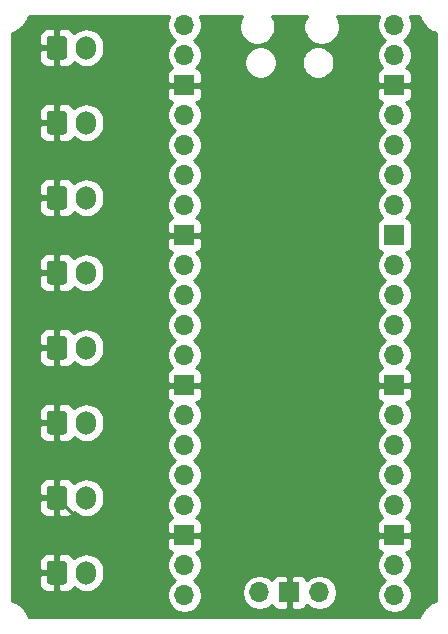
<source format=gbr>
%TF.GenerationSoftware,KiCad,Pcbnew,(5.1.12)-1*%
%TF.CreationDate,2022-01-22T18:57:43-08:00*%
%TF.ProjectId,Button_Board,42757474-6f6e-45f4-926f-6172642e6b69,rev?*%
%TF.SameCoordinates,Original*%
%TF.FileFunction,Copper,L2,Bot*%
%TF.FilePolarity,Positive*%
%FSLAX46Y46*%
G04 Gerber Fmt 4.6, Leading zero omitted, Abs format (unit mm)*
G04 Created by KiCad (PCBNEW (5.1.12)-1) date 2022-01-22 18:57:43*
%MOMM*%
%LPD*%
G01*
G04 APERTURE LIST*
%TA.AperFunction,ComponentPad*%
%ADD10O,1.700000X1.700000*%
%TD*%
%TA.AperFunction,ComponentPad*%
%ADD11R,1.700000X1.700000*%
%TD*%
%TA.AperFunction,ComponentPad*%
%ADD12O,1.700000X2.000000*%
%TD*%
%TA.AperFunction,Conductor*%
%ADD13C,0.250000*%
%TD*%
%TA.AperFunction,Conductor*%
%ADD14C,0.254000*%
%TD*%
%TA.AperFunction,Conductor*%
%ADD15C,0.100000*%
%TD*%
G04 APERTURE END LIST*
D10*
%TO.P,U1,43*%
%TO.N,Net-(U1-Pad43)*%
X170180000Y-117753000D03*
D11*
%TO.P,U1,42*%
%TO.N,Net-(J0-Pad1)*%
X167640000Y-117753000D03*
D10*
%TO.P,U1,41*%
%TO.N,Net-(U1-Pad41)*%
X165100000Y-117753000D03*
%TO.P,U1,40*%
%TO.N,Net-(U1-Pad40)*%
X176530000Y-69723000D03*
%TO.P,U1,39*%
%TO.N,Net-(U1-Pad39)*%
X176530000Y-72263000D03*
D11*
%TO.P,U1,38*%
%TO.N,Net-(J0-Pad1)*%
X176530000Y-74803000D03*
D10*
%TO.P,U1,37*%
%TO.N,Net-(U1-Pad37)*%
X176530000Y-77343000D03*
%TO.P,U1,36*%
%TO.N,Net-(U1-Pad36)*%
X176530000Y-79883000D03*
%TO.P,U1,35*%
%TO.N,Net-(U1-Pad35)*%
X176530000Y-82423000D03*
%TO.P,U1,34*%
%TO.N,Net-(U1-Pad34)*%
X176530000Y-84963000D03*
D11*
%TO.P,U1,33*%
%TO.N,Net-(U1-Pad33)*%
X176530000Y-87503000D03*
D10*
%TO.P,U1,32*%
%TO.N,Net-(U1-Pad32)*%
X176530000Y-90043000D03*
%TO.P,U1,31*%
%TO.N,Net-(U1-Pad31)*%
X176530000Y-92583000D03*
%TO.P,U1,30*%
%TO.N,Net-(U1-Pad30)*%
X176530000Y-95123000D03*
%TO.P,U1,29*%
%TO.N,Net-(U1-Pad29)*%
X176530000Y-97663000D03*
D11*
%TO.P,U1,28*%
%TO.N,Net-(J0-Pad1)*%
X176530000Y-100203000D03*
D10*
%TO.P,U1,27*%
%TO.N,Net-(U1-Pad27)*%
X176530000Y-102743000D03*
%TO.P,U1,26*%
%TO.N,Net-(U1-Pad26)*%
X176530000Y-105283000D03*
%TO.P,U1,25*%
%TO.N,Net-(U1-Pad25)*%
X176530000Y-107823000D03*
%TO.P,U1,24*%
%TO.N,Net-(U1-Pad24)*%
X176530000Y-110363000D03*
D11*
%TO.P,U1,23*%
%TO.N,Net-(J0-Pad1)*%
X176530000Y-112903000D03*
D10*
%TO.P,U1,22*%
%TO.N,Net-(U1-Pad22)*%
X176530000Y-115443000D03*
%TO.P,U1,21*%
%TO.N,Net-(U1-Pad21)*%
X176530000Y-117983000D03*
%TO.P,U1,20*%
%TO.N,Net-(J7-Pad2)*%
X158750000Y-117983000D03*
%TO.P,U1,19*%
%TO.N,Net-(J6-Pad2)*%
X158750000Y-115443000D03*
D11*
%TO.P,U1,18*%
%TO.N,Net-(J0-Pad1)*%
X158750000Y-112903000D03*
D10*
%TO.P,U1,17*%
%TO.N,Net-(J5-Pad2)*%
X158750000Y-110363000D03*
%TO.P,U1,16*%
%TO.N,Net-(J4-Pad2)*%
X158750000Y-107823000D03*
%TO.P,U1,15*%
%TO.N,Net-(J3-Pad2)*%
X158750000Y-105283000D03*
%TO.P,U1,14*%
%TO.N,Net-(J2-Pad2)*%
X158750000Y-102743000D03*
D11*
%TO.P,U1,13*%
%TO.N,Net-(J0-Pad1)*%
X158750000Y-100203000D03*
D10*
%TO.P,U1,12*%
%TO.N,Net-(J1-Pad2)*%
X158750000Y-97663000D03*
%TO.P,U1,11*%
%TO.N,Net-(J0-Pad2)*%
X158750000Y-95123000D03*
%TO.P,U1,10*%
%TO.N,Net-(U1-Pad10)*%
X158750000Y-92583000D03*
%TO.P,U1,9*%
%TO.N,Net-(U1-Pad9)*%
X158750000Y-90043000D03*
D11*
%TO.P,U1,8*%
%TO.N,Net-(J0-Pad1)*%
X158750000Y-87503000D03*
D10*
%TO.P,U1,7*%
%TO.N,Net-(U1-Pad7)*%
X158750000Y-84963000D03*
%TO.P,U1,6*%
%TO.N,Net-(U1-Pad6)*%
X158750000Y-82423000D03*
%TO.P,U1,5*%
%TO.N,Net-(U1-Pad5)*%
X158750000Y-79883000D03*
%TO.P,U1,4*%
%TO.N,Net-(U1-Pad4)*%
X158750000Y-77343000D03*
D11*
%TO.P,U1,3*%
%TO.N,Net-(J0-Pad1)*%
X158750000Y-74803000D03*
D10*
%TO.P,U1,2*%
%TO.N,Net-(U1-Pad2)*%
X158750000Y-72263000D03*
%TO.P,U1,1*%
%TO.N,Net-(U1-Pad1)*%
X158750000Y-69723000D03*
%TD*%
D12*
%TO.P,J7,2*%
%TO.N,Net-(J7-Pad2)*%
X150455000Y-116078000D03*
%TO.P,J7,1*%
%TO.N,Net-(J0-Pad1)*%
%TA.AperFunction,ComponentPad*%
G36*
G01*
X147105000Y-116828000D02*
X147105000Y-115328000D01*
G75*
G02*
X147355000Y-115078000I250000J0D01*
G01*
X148555000Y-115078000D01*
G75*
G02*
X148805000Y-115328000I0J-250000D01*
G01*
X148805000Y-116828000D01*
G75*
G02*
X148555000Y-117078000I-250000J0D01*
G01*
X147355000Y-117078000D01*
G75*
G02*
X147105000Y-116828000I0J250000D01*
G01*
G37*
%TD.AperFunction*%
%TD*%
%TO.P,J6,2*%
%TO.N,Net-(J6-Pad2)*%
X150455000Y-109728000D03*
%TO.P,J6,1*%
%TO.N,Net-(J0-Pad1)*%
%TA.AperFunction,ComponentPad*%
G36*
G01*
X147105000Y-110478000D02*
X147105000Y-108978000D01*
G75*
G02*
X147355000Y-108728000I250000J0D01*
G01*
X148555000Y-108728000D01*
G75*
G02*
X148805000Y-108978000I0J-250000D01*
G01*
X148805000Y-110478000D01*
G75*
G02*
X148555000Y-110728000I-250000J0D01*
G01*
X147355000Y-110728000D01*
G75*
G02*
X147105000Y-110478000I0J250000D01*
G01*
G37*
%TD.AperFunction*%
%TD*%
%TO.P,J5,2*%
%TO.N,Net-(J5-Pad2)*%
X150455000Y-103378000D03*
%TO.P,J5,1*%
%TO.N,Net-(J0-Pad1)*%
%TA.AperFunction,ComponentPad*%
G36*
G01*
X147105000Y-104128000D02*
X147105000Y-102628000D01*
G75*
G02*
X147355000Y-102378000I250000J0D01*
G01*
X148555000Y-102378000D01*
G75*
G02*
X148805000Y-102628000I0J-250000D01*
G01*
X148805000Y-104128000D01*
G75*
G02*
X148555000Y-104378000I-250000J0D01*
G01*
X147355000Y-104378000D01*
G75*
G02*
X147105000Y-104128000I0J250000D01*
G01*
G37*
%TD.AperFunction*%
%TD*%
%TO.P,J4,2*%
%TO.N,Net-(J4-Pad2)*%
X150455000Y-97028000D03*
%TO.P,J4,1*%
%TO.N,Net-(J0-Pad1)*%
%TA.AperFunction,ComponentPad*%
G36*
G01*
X147105000Y-97778000D02*
X147105000Y-96278000D01*
G75*
G02*
X147355000Y-96028000I250000J0D01*
G01*
X148555000Y-96028000D01*
G75*
G02*
X148805000Y-96278000I0J-250000D01*
G01*
X148805000Y-97778000D01*
G75*
G02*
X148555000Y-98028000I-250000J0D01*
G01*
X147355000Y-98028000D01*
G75*
G02*
X147105000Y-97778000I0J250000D01*
G01*
G37*
%TD.AperFunction*%
%TD*%
%TO.P,J3,2*%
%TO.N,Net-(J3-Pad2)*%
X150455000Y-90678000D03*
%TO.P,J3,1*%
%TO.N,Net-(J0-Pad1)*%
%TA.AperFunction,ComponentPad*%
G36*
G01*
X147105000Y-91428000D02*
X147105000Y-89928000D01*
G75*
G02*
X147355000Y-89678000I250000J0D01*
G01*
X148555000Y-89678000D01*
G75*
G02*
X148805000Y-89928000I0J-250000D01*
G01*
X148805000Y-91428000D01*
G75*
G02*
X148555000Y-91678000I-250000J0D01*
G01*
X147355000Y-91678000D01*
G75*
G02*
X147105000Y-91428000I0J250000D01*
G01*
G37*
%TD.AperFunction*%
%TD*%
%TO.P,J2,2*%
%TO.N,Net-(J2-Pad2)*%
X150455000Y-84328000D03*
%TO.P,J2,1*%
%TO.N,Net-(J0-Pad1)*%
%TA.AperFunction,ComponentPad*%
G36*
G01*
X147105000Y-85078000D02*
X147105000Y-83578000D01*
G75*
G02*
X147355000Y-83328000I250000J0D01*
G01*
X148555000Y-83328000D01*
G75*
G02*
X148805000Y-83578000I0J-250000D01*
G01*
X148805000Y-85078000D01*
G75*
G02*
X148555000Y-85328000I-250000J0D01*
G01*
X147355000Y-85328000D01*
G75*
G02*
X147105000Y-85078000I0J250000D01*
G01*
G37*
%TD.AperFunction*%
%TD*%
%TO.P,J1,2*%
%TO.N,Net-(J1-Pad2)*%
X150455000Y-77978000D03*
%TO.P,J1,1*%
%TO.N,Net-(J0-Pad1)*%
%TA.AperFunction,ComponentPad*%
G36*
G01*
X147105000Y-78728000D02*
X147105000Y-77228000D01*
G75*
G02*
X147355000Y-76978000I250000J0D01*
G01*
X148555000Y-76978000D01*
G75*
G02*
X148805000Y-77228000I0J-250000D01*
G01*
X148805000Y-78728000D01*
G75*
G02*
X148555000Y-78978000I-250000J0D01*
G01*
X147355000Y-78978000D01*
G75*
G02*
X147105000Y-78728000I0J250000D01*
G01*
G37*
%TD.AperFunction*%
%TD*%
%TO.P,J0,2*%
%TO.N,Net-(J0-Pad2)*%
X150455000Y-71628000D03*
%TO.P,J0,1*%
%TO.N,Net-(J0-Pad1)*%
%TA.AperFunction,ComponentPad*%
G36*
G01*
X147105000Y-72378000D02*
X147105000Y-70878000D01*
G75*
G02*
X147355000Y-70628000I250000J0D01*
G01*
X148555000Y-70628000D01*
G75*
G02*
X148805000Y-70878000I0J-250000D01*
G01*
X148805000Y-72378000D01*
G75*
G02*
X148555000Y-72628000I-250000J0D01*
G01*
X147355000Y-72628000D01*
G75*
G02*
X147105000Y-72378000I0J250000D01*
G01*
G37*
%TD.AperFunction*%
%TD*%
D13*
%TO.N,Net-(J0-Pad1)*%
X147955000Y-91567000D02*
X147955000Y-90678000D01*
X147955000Y-90678000D02*
X147955000Y-84328000D01*
X147955000Y-84328000D02*
X147955000Y-77978000D01*
X147955000Y-77978000D02*
X147955000Y-71628000D01*
X151130000Y-112903000D02*
X147955000Y-109728000D01*
X158750000Y-112903000D02*
X151130000Y-112903000D01*
X147955000Y-116078000D02*
X147955000Y-109728000D01*
X147955000Y-109728000D02*
X147955000Y-103378000D01*
X147955000Y-103378000D02*
X147955000Y-97028000D01*
X147955000Y-97028000D02*
X147955000Y-90678000D01*
%TD*%
D14*
%TO.N,Net-(J0-Pad1)*%
X157434010Y-69019589D02*
X157322068Y-69289842D01*
X157265000Y-69576740D01*
X157265000Y-69869260D01*
X157322068Y-70156158D01*
X157434010Y-70426411D01*
X157596525Y-70669632D01*
X157803368Y-70876475D01*
X157977760Y-70993000D01*
X157803368Y-71109525D01*
X157596525Y-71316368D01*
X157434010Y-71559589D01*
X157322068Y-71829842D01*
X157265000Y-72116740D01*
X157265000Y-72409260D01*
X157322068Y-72696158D01*
X157434010Y-72966411D01*
X157596525Y-73209632D01*
X157728380Y-73341487D01*
X157655820Y-73363498D01*
X157545506Y-73422463D01*
X157448815Y-73501815D01*
X157369463Y-73598506D01*
X157310498Y-73708820D01*
X157274188Y-73828518D01*
X157261928Y-73953000D01*
X157265000Y-74517250D01*
X157423750Y-74676000D01*
X158623000Y-74676000D01*
X158623000Y-74656000D01*
X158877000Y-74656000D01*
X158877000Y-74676000D01*
X160076250Y-74676000D01*
X160235000Y-74517250D01*
X160238072Y-73953000D01*
X160225812Y-73828518D01*
X160189502Y-73708820D01*
X160130537Y-73598506D01*
X160051185Y-73501815D01*
X159954494Y-73422463D01*
X159844180Y-73363498D01*
X159771620Y-73341487D01*
X159903475Y-73209632D01*
X160065990Y-72966411D01*
X160157042Y-72746589D01*
X163830000Y-72746589D01*
X163830000Y-73019411D01*
X163883225Y-73286989D01*
X163987629Y-73539043D01*
X164139201Y-73765886D01*
X164332114Y-73958799D01*
X164558957Y-74110371D01*
X164811011Y-74214775D01*
X165078589Y-74268000D01*
X165351411Y-74268000D01*
X165618989Y-74214775D01*
X165871043Y-74110371D01*
X166097886Y-73958799D01*
X166290799Y-73765886D01*
X166442371Y-73539043D01*
X166546775Y-73286989D01*
X166600000Y-73019411D01*
X166600000Y-72746589D01*
X168680000Y-72746589D01*
X168680000Y-73019411D01*
X168733225Y-73286989D01*
X168837629Y-73539043D01*
X168989201Y-73765886D01*
X169182114Y-73958799D01*
X169408957Y-74110371D01*
X169661011Y-74214775D01*
X169928589Y-74268000D01*
X170201411Y-74268000D01*
X170468989Y-74214775D01*
X170721043Y-74110371D01*
X170947886Y-73958799D01*
X171140799Y-73765886D01*
X171292371Y-73539043D01*
X171396775Y-73286989D01*
X171450000Y-73019411D01*
X171450000Y-72746589D01*
X171396775Y-72479011D01*
X171292371Y-72226957D01*
X171140799Y-72000114D01*
X170947886Y-71807201D01*
X170721043Y-71655629D01*
X170468989Y-71551225D01*
X170201411Y-71498000D01*
X169928589Y-71498000D01*
X169661011Y-71551225D01*
X169408957Y-71655629D01*
X169182114Y-71807201D01*
X168989201Y-72000114D01*
X168837629Y-72226957D01*
X168733225Y-72479011D01*
X168680000Y-72746589D01*
X166600000Y-72746589D01*
X166546775Y-72479011D01*
X166442371Y-72226957D01*
X166290799Y-72000114D01*
X166097886Y-71807201D01*
X165871043Y-71655629D01*
X165618989Y-71551225D01*
X165351411Y-71498000D01*
X165078589Y-71498000D01*
X164811011Y-71551225D01*
X164558957Y-71655629D01*
X164332114Y-71807201D01*
X164139201Y-72000114D01*
X163987629Y-72226957D01*
X163883225Y-72479011D01*
X163830000Y-72746589D01*
X160157042Y-72746589D01*
X160177932Y-72696158D01*
X160235000Y-72409260D01*
X160235000Y-72116740D01*
X160177932Y-71829842D01*
X160065990Y-71559589D01*
X159903475Y-71316368D01*
X159696632Y-71109525D01*
X159522240Y-70993000D01*
X159696632Y-70876475D01*
X159903475Y-70669632D01*
X160065990Y-70426411D01*
X160177932Y-70156158D01*
X160235000Y-69869260D01*
X160235000Y-69576740D01*
X160177932Y-69289842D01*
X160065990Y-69019589D01*
X160043547Y-68986000D01*
X163648183Y-68986000D01*
X163554701Y-69125905D01*
X163438989Y-69405257D01*
X163380000Y-69701816D01*
X163380000Y-70004184D01*
X163438989Y-70300743D01*
X163554701Y-70580095D01*
X163722688Y-70831505D01*
X163936495Y-71045312D01*
X164187905Y-71213299D01*
X164467257Y-71329011D01*
X164763816Y-71388000D01*
X165066184Y-71388000D01*
X165362743Y-71329011D01*
X165642095Y-71213299D01*
X165893505Y-71045312D01*
X166107312Y-70831505D01*
X166275299Y-70580095D01*
X166391011Y-70300743D01*
X166450000Y-70004184D01*
X166450000Y-69701816D01*
X166391011Y-69405257D01*
X166275299Y-69125905D01*
X166181817Y-68986000D01*
X169098183Y-68986000D01*
X169004701Y-69125905D01*
X168888989Y-69405257D01*
X168830000Y-69701816D01*
X168830000Y-70004184D01*
X168888989Y-70300743D01*
X169004701Y-70580095D01*
X169172688Y-70831505D01*
X169386495Y-71045312D01*
X169637905Y-71213299D01*
X169917257Y-71329011D01*
X170213816Y-71388000D01*
X170516184Y-71388000D01*
X170812743Y-71329011D01*
X171092095Y-71213299D01*
X171343505Y-71045312D01*
X171557312Y-70831505D01*
X171725299Y-70580095D01*
X171841011Y-70300743D01*
X171900000Y-70004184D01*
X171900000Y-69701816D01*
X171841011Y-69405257D01*
X171725299Y-69125905D01*
X171631817Y-68986000D01*
X175236453Y-68986000D01*
X175214010Y-69019589D01*
X175102068Y-69289842D01*
X175045000Y-69576740D01*
X175045000Y-69869260D01*
X175102068Y-70156158D01*
X175214010Y-70426411D01*
X175376525Y-70669632D01*
X175583368Y-70876475D01*
X175757760Y-70993000D01*
X175583368Y-71109525D01*
X175376525Y-71316368D01*
X175214010Y-71559589D01*
X175102068Y-71829842D01*
X175045000Y-72116740D01*
X175045000Y-72409260D01*
X175102068Y-72696158D01*
X175214010Y-72966411D01*
X175376525Y-73209632D01*
X175508380Y-73341487D01*
X175435820Y-73363498D01*
X175325506Y-73422463D01*
X175228815Y-73501815D01*
X175149463Y-73598506D01*
X175090498Y-73708820D01*
X175054188Y-73828518D01*
X175041928Y-73953000D01*
X175045000Y-74517250D01*
X175203750Y-74676000D01*
X176403000Y-74676000D01*
X176403000Y-74656000D01*
X176657000Y-74656000D01*
X176657000Y-74676000D01*
X177856250Y-74676000D01*
X178015000Y-74517250D01*
X178018072Y-73953000D01*
X178005812Y-73828518D01*
X177969502Y-73708820D01*
X177910537Y-73598506D01*
X177831185Y-73501815D01*
X177734494Y-73422463D01*
X177624180Y-73363498D01*
X177551620Y-73341487D01*
X177683475Y-73209632D01*
X177845990Y-72966411D01*
X177957932Y-72696158D01*
X178015000Y-72409260D01*
X178015000Y-72116740D01*
X177957932Y-71829842D01*
X177845990Y-71559589D01*
X177683475Y-71316368D01*
X177476632Y-71109525D01*
X177302240Y-70993000D01*
X177476632Y-70876475D01*
X177683475Y-70669632D01*
X177845990Y-70426411D01*
X177957932Y-70156158D01*
X178015000Y-69869260D01*
X178015000Y-69576740D01*
X177957932Y-69289842D01*
X177845990Y-69019589D01*
X177823547Y-68986000D01*
X178646674Y-68986000D01*
X178685598Y-69111743D01*
X178708773Y-69166875D01*
X178731186Y-69222349D01*
X178735513Y-69230486D01*
X178876979Y-69492122D01*
X178910412Y-69541689D01*
X178943183Y-69591768D01*
X178949007Y-69598909D01*
X179138597Y-69828084D01*
X179181015Y-69870206D01*
X179222897Y-69912976D01*
X179229998Y-69918850D01*
X179460492Y-70106836D01*
X179510334Y-70139951D01*
X179559674Y-70173735D01*
X179567781Y-70178118D01*
X179830399Y-70317754D01*
X179885701Y-70340548D01*
X179940684Y-70364114D01*
X179949487Y-70366839D01*
X180061001Y-70400507D01*
X180061000Y-118448674D01*
X179935257Y-118487598D01*
X179880139Y-118510768D01*
X179824650Y-118533186D01*
X179816514Y-118537513D01*
X179554878Y-118678979D01*
X179505311Y-118712412D01*
X179455232Y-118745183D01*
X179448091Y-118751008D01*
X179218915Y-118940597D01*
X179176774Y-118983034D01*
X179134024Y-119024897D01*
X179128150Y-119031998D01*
X178940164Y-119262492D01*
X178907049Y-119312334D01*
X178873265Y-119361674D01*
X178868882Y-119369781D01*
X178729246Y-119632399D01*
X178706458Y-119687687D01*
X178682886Y-119742683D01*
X178680162Y-119751487D01*
X178646494Y-119863000D01*
X145584326Y-119863000D01*
X145545402Y-119737257D01*
X145522232Y-119682139D01*
X145499814Y-119626650D01*
X145495487Y-119618514D01*
X145354021Y-119356878D01*
X145320588Y-119307311D01*
X145287817Y-119257232D01*
X145281992Y-119250091D01*
X145092403Y-119020915D01*
X145049966Y-118978774D01*
X145008103Y-118936024D01*
X145001002Y-118930150D01*
X144770508Y-118742164D01*
X144720666Y-118709049D01*
X144671326Y-118675265D01*
X144663219Y-118670882D01*
X144400601Y-118531246D01*
X144345313Y-118508458D01*
X144290317Y-118484886D01*
X144281513Y-118482162D01*
X144281515Y-118482162D01*
X144281507Y-118482160D01*
X144170000Y-118448494D01*
X144170000Y-117078000D01*
X146466928Y-117078000D01*
X146479188Y-117202482D01*
X146515498Y-117322180D01*
X146574463Y-117432494D01*
X146653815Y-117529185D01*
X146750506Y-117608537D01*
X146860820Y-117667502D01*
X146980518Y-117703812D01*
X147105000Y-117716072D01*
X147669250Y-117713000D01*
X147828000Y-117554250D01*
X147828000Y-116205000D01*
X146628750Y-116205000D01*
X146470000Y-116363750D01*
X146466928Y-117078000D01*
X144170000Y-117078000D01*
X144170000Y-115078000D01*
X146466928Y-115078000D01*
X146470000Y-115792250D01*
X146628750Y-115951000D01*
X147828000Y-115951000D01*
X147828000Y-114601750D01*
X148082000Y-114601750D01*
X148082000Y-115951000D01*
X148102000Y-115951000D01*
X148102000Y-116205000D01*
X148082000Y-116205000D01*
X148082000Y-117554250D01*
X148240750Y-117713000D01*
X148805000Y-117716072D01*
X148929482Y-117703812D01*
X149049180Y-117667502D01*
X149159494Y-117608537D01*
X149256185Y-117529185D01*
X149335537Y-117432494D01*
X149394502Y-117322180D01*
X149405055Y-117287392D01*
X149625987Y-117468706D01*
X149883967Y-117606599D01*
X150163890Y-117691513D01*
X150455000Y-117720185D01*
X150746111Y-117691513D01*
X151026034Y-117606599D01*
X151284014Y-117468706D01*
X151510134Y-117283134D01*
X151695706Y-117057014D01*
X151833599Y-116799033D01*
X151918513Y-116519110D01*
X151940000Y-116300949D01*
X151940000Y-115855050D01*
X151918513Y-115636889D01*
X151833599Y-115356966D01*
X151695706Y-115098986D01*
X151510134Y-114872866D01*
X151284013Y-114687294D01*
X151026033Y-114549401D01*
X150746110Y-114464487D01*
X150455000Y-114435815D01*
X150163889Y-114464487D01*
X149883966Y-114549401D01*
X149625986Y-114687294D01*
X149405055Y-114868608D01*
X149394502Y-114833820D01*
X149335537Y-114723506D01*
X149256185Y-114626815D01*
X149159494Y-114547463D01*
X149049180Y-114488498D01*
X148929482Y-114452188D01*
X148805000Y-114439928D01*
X148240750Y-114443000D01*
X148082000Y-114601750D01*
X147828000Y-114601750D01*
X147669250Y-114443000D01*
X147105000Y-114439928D01*
X146980518Y-114452188D01*
X146860820Y-114488498D01*
X146750506Y-114547463D01*
X146653815Y-114626815D01*
X146574463Y-114723506D01*
X146515498Y-114833820D01*
X146479188Y-114953518D01*
X146466928Y-115078000D01*
X144170000Y-115078000D01*
X144170000Y-113753000D01*
X157261928Y-113753000D01*
X157274188Y-113877482D01*
X157310498Y-113997180D01*
X157369463Y-114107494D01*
X157448815Y-114204185D01*
X157545506Y-114283537D01*
X157655820Y-114342502D01*
X157728380Y-114364513D01*
X157596525Y-114496368D01*
X157434010Y-114739589D01*
X157322068Y-115009842D01*
X157265000Y-115296740D01*
X157265000Y-115589260D01*
X157322068Y-115876158D01*
X157434010Y-116146411D01*
X157596525Y-116389632D01*
X157803368Y-116596475D01*
X157977760Y-116713000D01*
X157803368Y-116829525D01*
X157596525Y-117036368D01*
X157434010Y-117279589D01*
X157322068Y-117549842D01*
X157265000Y-117836740D01*
X157265000Y-118129260D01*
X157322068Y-118416158D01*
X157434010Y-118686411D01*
X157596525Y-118929632D01*
X157803368Y-119136475D01*
X158046589Y-119298990D01*
X158316842Y-119410932D01*
X158603740Y-119468000D01*
X158896260Y-119468000D01*
X159183158Y-119410932D01*
X159453411Y-119298990D01*
X159696632Y-119136475D01*
X159903475Y-118929632D01*
X160065990Y-118686411D01*
X160177932Y-118416158D01*
X160235000Y-118129260D01*
X160235000Y-117836740D01*
X160189250Y-117606740D01*
X163615000Y-117606740D01*
X163615000Y-117899260D01*
X163672068Y-118186158D01*
X163784010Y-118456411D01*
X163946525Y-118699632D01*
X164153368Y-118906475D01*
X164396589Y-119068990D01*
X164666842Y-119180932D01*
X164953740Y-119238000D01*
X165246260Y-119238000D01*
X165533158Y-119180932D01*
X165803411Y-119068990D01*
X166046632Y-118906475D01*
X166178487Y-118774620D01*
X166200498Y-118847180D01*
X166259463Y-118957494D01*
X166338815Y-119054185D01*
X166435506Y-119133537D01*
X166545820Y-119192502D01*
X166665518Y-119228812D01*
X166790000Y-119241072D01*
X167354250Y-119238000D01*
X167513000Y-119079250D01*
X167513000Y-117880000D01*
X167493000Y-117880000D01*
X167493000Y-117626000D01*
X167513000Y-117626000D01*
X167513000Y-116426750D01*
X167767000Y-116426750D01*
X167767000Y-117626000D01*
X167787000Y-117626000D01*
X167787000Y-117880000D01*
X167767000Y-117880000D01*
X167767000Y-119079250D01*
X167925750Y-119238000D01*
X168490000Y-119241072D01*
X168614482Y-119228812D01*
X168734180Y-119192502D01*
X168844494Y-119133537D01*
X168941185Y-119054185D01*
X169020537Y-118957494D01*
X169079502Y-118847180D01*
X169101513Y-118774620D01*
X169233368Y-118906475D01*
X169476589Y-119068990D01*
X169746842Y-119180932D01*
X170033740Y-119238000D01*
X170326260Y-119238000D01*
X170613158Y-119180932D01*
X170883411Y-119068990D01*
X171126632Y-118906475D01*
X171333475Y-118699632D01*
X171495990Y-118456411D01*
X171607932Y-118186158D01*
X171665000Y-117899260D01*
X171665000Y-117606740D01*
X171607932Y-117319842D01*
X171495990Y-117049589D01*
X171333475Y-116806368D01*
X171126632Y-116599525D01*
X170883411Y-116437010D01*
X170613158Y-116325068D01*
X170326260Y-116268000D01*
X170033740Y-116268000D01*
X169746842Y-116325068D01*
X169476589Y-116437010D01*
X169233368Y-116599525D01*
X169101513Y-116731380D01*
X169079502Y-116658820D01*
X169020537Y-116548506D01*
X168941185Y-116451815D01*
X168844494Y-116372463D01*
X168734180Y-116313498D01*
X168614482Y-116277188D01*
X168490000Y-116264928D01*
X167925750Y-116268000D01*
X167767000Y-116426750D01*
X167513000Y-116426750D01*
X167354250Y-116268000D01*
X166790000Y-116264928D01*
X166665518Y-116277188D01*
X166545820Y-116313498D01*
X166435506Y-116372463D01*
X166338815Y-116451815D01*
X166259463Y-116548506D01*
X166200498Y-116658820D01*
X166178487Y-116731380D01*
X166046632Y-116599525D01*
X165803411Y-116437010D01*
X165533158Y-116325068D01*
X165246260Y-116268000D01*
X164953740Y-116268000D01*
X164666842Y-116325068D01*
X164396589Y-116437010D01*
X164153368Y-116599525D01*
X163946525Y-116806368D01*
X163784010Y-117049589D01*
X163672068Y-117319842D01*
X163615000Y-117606740D01*
X160189250Y-117606740D01*
X160177932Y-117549842D01*
X160065990Y-117279589D01*
X159903475Y-117036368D01*
X159696632Y-116829525D01*
X159522240Y-116713000D01*
X159696632Y-116596475D01*
X159903475Y-116389632D01*
X160065990Y-116146411D01*
X160177932Y-115876158D01*
X160235000Y-115589260D01*
X160235000Y-115296740D01*
X160177932Y-115009842D01*
X160065990Y-114739589D01*
X159903475Y-114496368D01*
X159771620Y-114364513D01*
X159844180Y-114342502D01*
X159954494Y-114283537D01*
X160051185Y-114204185D01*
X160130537Y-114107494D01*
X160189502Y-113997180D01*
X160225812Y-113877482D01*
X160238072Y-113753000D01*
X175041928Y-113753000D01*
X175054188Y-113877482D01*
X175090498Y-113997180D01*
X175149463Y-114107494D01*
X175228815Y-114204185D01*
X175325506Y-114283537D01*
X175435820Y-114342502D01*
X175508380Y-114364513D01*
X175376525Y-114496368D01*
X175214010Y-114739589D01*
X175102068Y-115009842D01*
X175045000Y-115296740D01*
X175045000Y-115589260D01*
X175102068Y-115876158D01*
X175214010Y-116146411D01*
X175376525Y-116389632D01*
X175583368Y-116596475D01*
X175757760Y-116713000D01*
X175583368Y-116829525D01*
X175376525Y-117036368D01*
X175214010Y-117279589D01*
X175102068Y-117549842D01*
X175045000Y-117836740D01*
X175045000Y-118129260D01*
X175102068Y-118416158D01*
X175214010Y-118686411D01*
X175376525Y-118929632D01*
X175583368Y-119136475D01*
X175826589Y-119298990D01*
X176096842Y-119410932D01*
X176383740Y-119468000D01*
X176676260Y-119468000D01*
X176963158Y-119410932D01*
X177233411Y-119298990D01*
X177476632Y-119136475D01*
X177683475Y-118929632D01*
X177845990Y-118686411D01*
X177957932Y-118416158D01*
X178015000Y-118129260D01*
X178015000Y-117836740D01*
X177957932Y-117549842D01*
X177845990Y-117279589D01*
X177683475Y-117036368D01*
X177476632Y-116829525D01*
X177302240Y-116713000D01*
X177476632Y-116596475D01*
X177683475Y-116389632D01*
X177845990Y-116146411D01*
X177957932Y-115876158D01*
X178015000Y-115589260D01*
X178015000Y-115296740D01*
X177957932Y-115009842D01*
X177845990Y-114739589D01*
X177683475Y-114496368D01*
X177551620Y-114364513D01*
X177624180Y-114342502D01*
X177734494Y-114283537D01*
X177831185Y-114204185D01*
X177910537Y-114107494D01*
X177969502Y-113997180D01*
X178005812Y-113877482D01*
X178018072Y-113753000D01*
X178015000Y-113188750D01*
X177856250Y-113030000D01*
X176657000Y-113030000D01*
X176657000Y-113050000D01*
X176403000Y-113050000D01*
X176403000Y-113030000D01*
X175203750Y-113030000D01*
X175045000Y-113188750D01*
X175041928Y-113753000D01*
X160238072Y-113753000D01*
X160235000Y-113188750D01*
X160076250Y-113030000D01*
X158877000Y-113030000D01*
X158877000Y-113050000D01*
X158623000Y-113050000D01*
X158623000Y-113030000D01*
X157423750Y-113030000D01*
X157265000Y-113188750D01*
X157261928Y-113753000D01*
X144170000Y-113753000D01*
X144170000Y-110728000D01*
X146466928Y-110728000D01*
X146479188Y-110852482D01*
X146515498Y-110972180D01*
X146574463Y-111082494D01*
X146653815Y-111179185D01*
X146750506Y-111258537D01*
X146860820Y-111317502D01*
X146980518Y-111353812D01*
X147105000Y-111366072D01*
X147669250Y-111363000D01*
X147828000Y-111204250D01*
X147828000Y-109855000D01*
X146628750Y-109855000D01*
X146470000Y-110013750D01*
X146466928Y-110728000D01*
X144170000Y-110728000D01*
X144170000Y-108728000D01*
X146466928Y-108728000D01*
X146470000Y-109442250D01*
X146628750Y-109601000D01*
X147828000Y-109601000D01*
X147828000Y-108251750D01*
X148082000Y-108251750D01*
X148082000Y-109601000D01*
X148102000Y-109601000D01*
X148102000Y-109855000D01*
X148082000Y-109855000D01*
X148082000Y-111204250D01*
X148240750Y-111363000D01*
X148805000Y-111366072D01*
X148929482Y-111353812D01*
X149049180Y-111317502D01*
X149159494Y-111258537D01*
X149256185Y-111179185D01*
X149335537Y-111082494D01*
X149394502Y-110972180D01*
X149405055Y-110937392D01*
X149625987Y-111118706D01*
X149883967Y-111256599D01*
X150163890Y-111341513D01*
X150455000Y-111370185D01*
X150746111Y-111341513D01*
X151026034Y-111256599D01*
X151284014Y-111118706D01*
X151510134Y-110933134D01*
X151695706Y-110707014D01*
X151833599Y-110449033D01*
X151918513Y-110169110D01*
X151940000Y-109950949D01*
X151940000Y-109505050D01*
X151918513Y-109286889D01*
X151833599Y-109006966D01*
X151695706Y-108748986D01*
X151510134Y-108522866D01*
X151284013Y-108337294D01*
X151026033Y-108199401D01*
X150746110Y-108114487D01*
X150455000Y-108085815D01*
X150163889Y-108114487D01*
X149883966Y-108199401D01*
X149625986Y-108337294D01*
X149405055Y-108518608D01*
X149394502Y-108483820D01*
X149335537Y-108373506D01*
X149256185Y-108276815D01*
X149159494Y-108197463D01*
X149049180Y-108138498D01*
X148929482Y-108102188D01*
X148805000Y-108089928D01*
X148240750Y-108093000D01*
X148082000Y-108251750D01*
X147828000Y-108251750D01*
X147669250Y-108093000D01*
X147105000Y-108089928D01*
X146980518Y-108102188D01*
X146860820Y-108138498D01*
X146750506Y-108197463D01*
X146653815Y-108276815D01*
X146574463Y-108373506D01*
X146515498Y-108483820D01*
X146479188Y-108603518D01*
X146466928Y-108728000D01*
X144170000Y-108728000D01*
X144170000Y-104378000D01*
X146466928Y-104378000D01*
X146479188Y-104502482D01*
X146515498Y-104622180D01*
X146574463Y-104732494D01*
X146653815Y-104829185D01*
X146750506Y-104908537D01*
X146860820Y-104967502D01*
X146980518Y-105003812D01*
X147105000Y-105016072D01*
X147669250Y-105013000D01*
X147828000Y-104854250D01*
X147828000Y-103505000D01*
X146628750Y-103505000D01*
X146470000Y-103663750D01*
X146466928Y-104378000D01*
X144170000Y-104378000D01*
X144170000Y-102378000D01*
X146466928Y-102378000D01*
X146470000Y-103092250D01*
X146628750Y-103251000D01*
X147828000Y-103251000D01*
X147828000Y-101901750D01*
X148082000Y-101901750D01*
X148082000Y-103251000D01*
X148102000Y-103251000D01*
X148102000Y-103505000D01*
X148082000Y-103505000D01*
X148082000Y-104854250D01*
X148240750Y-105013000D01*
X148805000Y-105016072D01*
X148929482Y-105003812D01*
X149049180Y-104967502D01*
X149159494Y-104908537D01*
X149256185Y-104829185D01*
X149335537Y-104732494D01*
X149394502Y-104622180D01*
X149405055Y-104587392D01*
X149625987Y-104768706D01*
X149883967Y-104906599D01*
X150163890Y-104991513D01*
X150455000Y-105020185D01*
X150746111Y-104991513D01*
X151026034Y-104906599D01*
X151284014Y-104768706D01*
X151510134Y-104583134D01*
X151695706Y-104357014D01*
X151833599Y-104099033D01*
X151918513Y-103819110D01*
X151940000Y-103600949D01*
X151940000Y-103155050D01*
X151918513Y-102936889D01*
X151833599Y-102656966D01*
X151695706Y-102398986D01*
X151510134Y-102172866D01*
X151284013Y-101987294D01*
X151026033Y-101849401D01*
X150746110Y-101764487D01*
X150455000Y-101735815D01*
X150163889Y-101764487D01*
X149883966Y-101849401D01*
X149625986Y-101987294D01*
X149405055Y-102168608D01*
X149394502Y-102133820D01*
X149335537Y-102023506D01*
X149256185Y-101926815D01*
X149159494Y-101847463D01*
X149049180Y-101788498D01*
X148929482Y-101752188D01*
X148805000Y-101739928D01*
X148240750Y-101743000D01*
X148082000Y-101901750D01*
X147828000Y-101901750D01*
X147669250Y-101743000D01*
X147105000Y-101739928D01*
X146980518Y-101752188D01*
X146860820Y-101788498D01*
X146750506Y-101847463D01*
X146653815Y-101926815D01*
X146574463Y-102023506D01*
X146515498Y-102133820D01*
X146479188Y-102253518D01*
X146466928Y-102378000D01*
X144170000Y-102378000D01*
X144170000Y-101053000D01*
X157261928Y-101053000D01*
X157274188Y-101177482D01*
X157310498Y-101297180D01*
X157369463Y-101407494D01*
X157448815Y-101504185D01*
X157545506Y-101583537D01*
X157655820Y-101642502D01*
X157728380Y-101664513D01*
X157596525Y-101796368D01*
X157434010Y-102039589D01*
X157322068Y-102309842D01*
X157265000Y-102596740D01*
X157265000Y-102889260D01*
X157322068Y-103176158D01*
X157434010Y-103446411D01*
X157596525Y-103689632D01*
X157803368Y-103896475D01*
X157977760Y-104013000D01*
X157803368Y-104129525D01*
X157596525Y-104336368D01*
X157434010Y-104579589D01*
X157322068Y-104849842D01*
X157265000Y-105136740D01*
X157265000Y-105429260D01*
X157322068Y-105716158D01*
X157434010Y-105986411D01*
X157596525Y-106229632D01*
X157803368Y-106436475D01*
X157977760Y-106553000D01*
X157803368Y-106669525D01*
X157596525Y-106876368D01*
X157434010Y-107119589D01*
X157322068Y-107389842D01*
X157265000Y-107676740D01*
X157265000Y-107969260D01*
X157322068Y-108256158D01*
X157434010Y-108526411D01*
X157596525Y-108769632D01*
X157803368Y-108976475D01*
X157977760Y-109093000D01*
X157803368Y-109209525D01*
X157596525Y-109416368D01*
X157434010Y-109659589D01*
X157322068Y-109929842D01*
X157265000Y-110216740D01*
X157265000Y-110509260D01*
X157322068Y-110796158D01*
X157434010Y-111066411D01*
X157596525Y-111309632D01*
X157728380Y-111441487D01*
X157655820Y-111463498D01*
X157545506Y-111522463D01*
X157448815Y-111601815D01*
X157369463Y-111698506D01*
X157310498Y-111808820D01*
X157274188Y-111928518D01*
X157261928Y-112053000D01*
X157265000Y-112617250D01*
X157423750Y-112776000D01*
X158623000Y-112776000D01*
X158623000Y-112756000D01*
X158877000Y-112756000D01*
X158877000Y-112776000D01*
X160076250Y-112776000D01*
X160235000Y-112617250D01*
X160238072Y-112053000D01*
X160225812Y-111928518D01*
X160189502Y-111808820D01*
X160130537Y-111698506D01*
X160051185Y-111601815D01*
X159954494Y-111522463D01*
X159844180Y-111463498D01*
X159771620Y-111441487D01*
X159903475Y-111309632D01*
X160065990Y-111066411D01*
X160177932Y-110796158D01*
X160235000Y-110509260D01*
X160235000Y-110216740D01*
X160177932Y-109929842D01*
X160065990Y-109659589D01*
X159903475Y-109416368D01*
X159696632Y-109209525D01*
X159522240Y-109093000D01*
X159696632Y-108976475D01*
X159903475Y-108769632D01*
X160065990Y-108526411D01*
X160177932Y-108256158D01*
X160235000Y-107969260D01*
X160235000Y-107676740D01*
X160177932Y-107389842D01*
X160065990Y-107119589D01*
X159903475Y-106876368D01*
X159696632Y-106669525D01*
X159522240Y-106553000D01*
X159696632Y-106436475D01*
X159903475Y-106229632D01*
X160065990Y-105986411D01*
X160177932Y-105716158D01*
X160235000Y-105429260D01*
X160235000Y-105136740D01*
X160177932Y-104849842D01*
X160065990Y-104579589D01*
X159903475Y-104336368D01*
X159696632Y-104129525D01*
X159522240Y-104013000D01*
X159696632Y-103896475D01*
X159903475Y-103689632D01*
X160065990Y-103446411D01*
X160177932Y-103176158D01*
X160235000Y-102889260D01*
X160235000Y-102596740D01*
X160177932Y-102309842D01*
X160065990Y-102039589D01*
X159903475Y-101796368D01*
X159771620Y-101664513D01*
X159844180Y-101642502D01*
X159954494Y-101583537D01*
X160051185Y-101504185D01*
X160130537Y-101407494D01*
X160189502Y-101297180D01*
X160225812Y-101177482D01*
X160238072Y-101053000D01*
X175041928Y-101053000D01*
X175054188Y-101177482D01*
X175090498Y-101297180D01*
X175149463Y-101407494D01*
X175228815Y-101504185D01*
X175325506Y-101583537D01*
X175435820Y-101642502D01*
X175508380Y-101664513D01*
X175376525Y-101796368D01*
X175214010Y-102039589D01*
X175102068Y-102309842D01*
X175045000Y-102596740D01*
X175045000Y-102889260D01*
X175102068Y-103176158D01*
X175214010Y-103446411D01*
X175376525Y-103689632D01*
X175583368Y-103896475D01*
X175757760Y-104013000D01*
X175583368Y-104129525D01*
X175376525Y-104336368D01*
X175214010Y-104579589D01*
X175102068Y-104849842D01*
X175045000Y-105136740D01*
X175045000Y-105429260D01*
X175102068Y-105716158D01*
X175214010Y-105986411D01*
X175376525Y-106229632D01*
X175583368Y-106436475D01*
X175757760Y-106553000D01*
X175583368Y-106669525D01*
X175376525Y-106876368D01*
X175214010Y-107119589D01*
X175102068Y-107389842D01*
X175045000Y-107676740D01*
X175045000Y-107969260D01*
X175102068Y-108256158D01*
X175214010Y-108526411D01*
X175376525Y-108769632D01*
X175583368Y-108976475D01*
X175757760Y-109093000D01*
X175583368Y-109209525D01*
X175376525Y-109416368D01*
X175214010Y-109659589D01*
X175102068Y-109929842D01*
X175045000Y-110216740D01*
X175045000Y-110509260D01*
X175102068Y-110796158D01*
X175214010Y-111066411D01*
X175376525Y-111309632D01*
X175508380Y-111441487D01*
X175435820Y-111463498D01*
X175325506Y-111522463D01*
X175228815Y-111601815D01*
X175149463Y-111698506D01*
X175090498Y-111808820D01*
X175054188Y-111928518D01*
X175041928Y-112053000D01*
X175045000Y-112617250D01*
X175203750Y-112776000D01*
X176403000Y-112776000D01*
X176403000Y-112756000D01*
X176657000Y-112756000D01*
X176657000Y-112776000D01*
X177856250Y-112776000D01*
X178015000Y-112617250D01*
X178018072Y-112053000D01*
X178005812Y-111928518D01*
X177969502Y-111808820D01*
X177910537Y-111698506D01*
X177831185Y-111601815D01*
X177734494Y-111522463D01*
X177624180Y-111463498D01*
X177551620Y-111441487D01*
X177683475Y-111309632D01*
X177845990Y-111066411D01*
X177957932Y-110796158D01*
X178015000Y-110509260D01*
X178015000Y-110216740D01*
X177957932Y-109929842D01*
X177845990Y-109659589D01*
X177683475Y-109416368D01*
X177476632Y-109209525D01*
X177302240Y-109093000D01*
X177476632Y-108976475D01*
X177683475Y-108769632D01*
X177845990Y-108526411D01*
X177957932Y-108256158D01*
X178015000Y-107969260D01*
X178015000Y-107676740D01*
X177957932Y-107389842D01*
X177845990Y-107119589D01*
X177683475Y-106876368D01*
X177476632Y-106669525D01*
X177302240Y-106553000D01*
X177476632Y-106436475D01*
X177683475Y-106229632D01*
X177845990Y-105986411D01*
X177957932Y-105716158D01*
X178015000Y-105429260D01*
X178015000Y-105136740D01*
X177957932Y-104849842D01*
X177845990Y-104579589D01*
X177683475Y-104336368D01*
X177476632Y-104129525D01*
X177302240Y-104013000D01*
X177476632Y-103896475D01*
X177683475Y-103689632D01*
X177845990Y-103446411D01*
X177957932Y-103176158D01*
X178015000Y-102889260D01*
X178015000Y-102596740D01*
X177957932Y-102309842D01*
X177845990Y-102039589D01*
X177683475Y-101796368D01*
X177551620Y-101664513D01*
X177624180Y-101642502D01*
X177734494Y-101583537D01*
X177831185Y-101504185D01*
X177910537Y-101407494D01*
X177969502Y-101297180D01*
X178005812Y-101177482D01*
X178018072Y-101053000D01*
X178015000Y-100488750D01*
X177856250Y-100330000D01*
X176657000Y-100330000D01*
X176657000Y-100350000D01*
X176403000Y-100350000D01*
X176403000Y-100330000D01*
X175203750Y-100330000D01*
X175045000Y-100488750D01*
X175041928Y-101053000D01*
X160238072Y-101053000D01*
X160235000Y-100488750D01*
X160076250Y-100330000D01*
X158877000Y-100330000D01*
X158877000Y-100350000D01*
X158623000Y-100350000D01*
X158623000Y-100330000D01*
X157423750Y-100330000D01*
X157265000Y-100488750D01*
X157261928Y-101053000D01*
X144170000Y-101053000D01*
X144170000Y-98028000D01*
X146466928Y-98028000D01*
X146479188Y-98152482D01*
X146515498Y-98272180D01*
X146574463Y-98382494D01*
X146653815Y-98479185D01*
X146750506Y-98558537D01*
X146860820Y-98617502D01*
X146980518Y-98653812D01*
X147105000Y-98666072D01*
X147669250Y-98663000D01*
X147828000Y-98504250D01*
X147828000Y-97155000D01*
X146628750Y-97155000D01*
X146470000Y-97313750D01*
X146466928Y-98028000D01*
X144170000Y-98028000D01*
X144170000Y-96028000D01*
X146466928Y-96028000D01*
X146470000Y-96742250D01*
X146628750Y-96901000D01*
X147828000Y-96901000D01*
X147828000Y-95551750D01*
X148082000Y-95551750D01*
X148082000Y-96901000D01*
X148102000Y-96901000D01*
X148102000Y-97155000D01*
X148082000Y-97155000D01*
X148082000Y-98504250D01*
X148240750Y-98663000D01*
X148805000Y-98666072D01*
X148929482Y-98653812D01*
X149049180Y-98617502D01*
X149159494Y-98558537D01*
X149256185Y-98479185D01*
X149335537Y-98382494D01*
X149394502Y-98272180D01*
X149405055Y-98237392D01*
X149625987Y-98418706D01*
X149883967Y-98556599D01*
X150163890Y-98641513D01*
X150455000Y-98670185D01*
X150746111Y-98641513D01*
X151026034Y-98556599D01*
X151284014Y-98418706D01*
X151510134Y-98233134D01*
X151695706Y-98007014D01*
X151833599Y-97749033D01*
X151918513Y-97469110D01*
X151940000Y-97250949D01*
X151940000Y-96805050D01*
X151918513Y-96586889D01*
X151833599Y-96306966D01*
X151695706Y-96048986D01*
X151510134Y-95822866D01*
X151284013Y-95637294D01*
X151026033Y-95499401D01*
X150746110Y-95414487D01*
X150455000Y-95385815D01*
X150163889Y-95414487D01*
X149883966Y-95499401D01*
X149625986Y-95637294D01*
X149405055Y-95818608D01*
X149394502Y-95783820D01*
X149335537Y-95673506D01*
X149256185Y-95576815D01*
X149159494Y-95497463D01*
X149049180Y-95438498D01*
X148929482Y-95402188D01*
X148805000Y-95389928D01*
X148240750Y-95393000D01*
X148082000Y-95551750D01*
X147828000Y-95551750D01*
X147669250Y-95393000D01*
X147105000Y-95389928D01*
X146980518Y-95402188D01*
X146860820Y-95438498D01*
X146750506Y-95497463D01*
X146653815Y-95576815D01*
X146574463Y-95673506D01*
X146515498Y-95783820D01*
X146479188Y-95903518D01*
X146466928Y-96028000D01*
X144170000Y-96028000D01*
X144170000Y-91678000D01*
X146466928Y-91678000D01*
X146479188Y-91802482D01*
X146515498Y-91922180D01*
X146574463Y-92032494D01*
X146653815Y-92129185D01*
X146750506Y-92208537D01*
X146860820Y-92267502D01*
X146980518Y-92303812D01*
X147105000Y-92316072D01*
X147669250Y-92313000D01*
X147828000Y-92154250D01*
X147828000Y-90805000D01*
X146628750Y-90805000D01*
X146470000Y-90963750D01*
X146466928Y-91678000D01*
X144170000Y-91678000D01*
X144170000Y-89678000D01*
X146466928Y-89678000D01*
X146470000Y-90392250D01*
X146628750Y-90551000D01*
X147828000Y-90551000D01*
X147828000Y-89201750D01*
X148082000Y-89201750D01*
X148082000Y-90551000D01*
X148102000Y-90551000D01*
X148102000Y-90805000D01*
X148082000Y-90805000D01*
X148082000Y-92154250D01*
X148240750Y-92313000D01*
X148805000Y-92316072D01*
X148929482Y-92303812D01*
X149049180Y-92267502D01*
X149159494Y-92208537D01*
X149256185Y-92129185D01*
X149335537Y-92032494D01*
X149394502Y-91922180D01*
X149405055Y-91887392D01*
X149625987Y-92068706D01*
X149883967Y-92206599D01*
X150163890Y-92291513D01*
X150455000Y-92320185D01*
X150746111Y-92291513D01*
X151026034Y-92206599D01*
X151284014Y-92068706D01*
X151510134Y-91883134D01*
X151695706Y-91657014D01*
X151833599Y-91399033D01*
X151918513Y-91119110D01*
X151940000Y-90900949D01*
X151940000Y-90455050D01*
X151918513Y-90236889D01*
X151833599Y-89956966D01*
X151695706Y-89698986D01*
X151510134Y-89472866D01*
X151284013Y-89287294D01*
X151026033Y-89149401D01*
X150746110Y-89064487D01*
X150455000Y-89035815D01*
X150163889Y-89064487D01*
X149883966Y-89149401D01*
X149625986Y-89287294D01*
X149405055Y-89468608D01*
X149394502Y-89433820D01*
X149335537Y-89323506D01*
X149256185Y-89226815D01*
X149159494Y-89147463D01*
X149049180Y-89088498D01*
X148929482Y-89052188D01*
X148805000Y-89039928D01*
X148240750Y-89043000D01*
X148082000Y-89201750D01*
X147828000Y-89201750D01*
X147669250Y-89043000D01*
X147105000Y-89039928D01*
X146980518Y-89052188D01*
X146860820Y-89088498D01*
X146750506Y-89147463D01*
X146653815Y-89226815D01*
X146574463Y-89323506D01*
X146515498Y-89433820D01*
X146479188Y-89553518D01*
X146466928Y-89678000D01*
X144170000Y-89678000D01*
X144170000Y-88353000D01*
X157261928Y-88353000D01*
X157274188Y-88477482D01*
X157310498Y-88597180D01*
X157369463Y-88707494D01*
X157448815Y-88804185D01*
X157545506Y-88883537D01*
X157655820Y-88942502D01*
X157728380Y-88964513D01*
X157596525Y-89096368D01*
X157434010Y-89339589D01*
X157322068Y-89609842D01*
X157265000Y-89896740D01*
X157265000Y-90189260D01*
X157322068Y-90476158D01*
X157434010Y-90746411D01*
X157596525Y-90989632D01*
X157803368Y-91196475D01*
X157977760Y-91313000D01*
X157803368Y-91429525D01*
X157596525Y-91636368D01*
X157434010Y-91879589D01*
X157322068Y-92149842D01*
X157265000Y-92436740D01*
X157265000Y-92729260D01*
X157322068Y-93016158D01*
X157434010Y-93286411D01*
X157596525Y-93529632D01*
X157803368Y-93736475D01*
X157977760Y-93853000D01*
X157803368Y-93969525D01*
X157596525Y-94176368D01*
X157434010Y-94419589D01*
X157322068Y-94689842D01*
X157265000Y-94976740D01*
X157265000Y-95269260D01*
X157322068Y-95556158D01*
X157434010Y-95826411D01*
X157596525Y-96069632D01*
X157803368Y-96276475D01*
X157977760Y-96393000D01*
X157803368Y-96509525D01*
X157596525Y-96716368D01*
X157434010Y-96959589D01*
X157322068Y-97229842D01*
X157265000Y-97516740D01*
X157265000Y-97809260D01*
X157322068Y-98096158D01*
X157434010Y-98366411D01*
X157596525Y-98609632D01*
X157728380Y-98741487D01*
X157655820Y-98763498D01*
X157545506Y-98822463D01*
X157448815Y-98901815D01*
X157369463Y-98998506D01*
X157310498Y-99108820D01*
X157274188Y-99228518D01*
X157261928Y-99353000D01*
X157265000Y-99917250D01*
X157423750Y-100076000D01*
X158623000Y-100076000D01*
X158623000Y-100056000D01*
X158877000Y-100056000D01*
X158877000Y-100076000D01*
X160076250Y-100076000D01*
X160235000Y-99917250D01*
X160238072Y-99353000D01*
X160225812Y-99228518D01*
X160189502Y-99108820D01*
X160130537Y-98998506D01*
X160051185Y-98901815D01*
X159954494Y-98822463D01*
X159844180Y-98763498D01*
X159771620Y-98741487D01*
X159903475Y-98609632D01*
X160065990Y-98366411D01*
X160177932Y-98096158D01*
X160235000Y-97809260D01*
X160235000Y-97516740D01*
X160177932Y-97229842D01*
X160065990Y-96959589D01*
X159903475Y-96716368D01*
X159696632Y-96509525D01*
X159522240Y-96393000D01*
X159696632Y-96276475D01*
X159903475Y-96069632D01*
X160065990Y-95826411D01*
X160177932Y-95556158D01*
X160235000Y-95269260D01*
X160235000Y-94976740D01*
X160177932Y-94689842D01*
X160065990Y-94419589D01*
X159903475Y-94176368D01*
X159696632Y-93969525D01*
X159522240Y-93853000D01*
X159696632Y-93736475D01*
X159903475Y-93529632D01*
X160065990Y-93286411D01*
X160177932Y-93016158D01*
X160235000Y-92729260D01*
X160235000Y-92436740D01*
X160177932Y-92149842D01*
X160065990Y-91879589D01*
X159903475Y-91636368D01*
X159696632Y-91429525D01*
X159522240Y-91313000D01*
X159696632Y-91196475D01*
X159903475Y-90989632D01*
X160065990Y-90746411D01*
X160177932Y-90476158D01*
X160235000Y-90189260D01*
X160235000Y-89896740D01*
X160177932Y-89609842D01*
X160065990Y-89339589D01*
X159903475Y-89096368D01*
X159771620Y-88964513D01*
X159844180Y-88942502D01*
X159954494Y-88883537D01*
X160051185Y-88804185D01*
X160130537Y-88707494D01*
X160189502Y-88597180D01*
X160225812Y-88477482D01*
X160238072Y-88353000D01*
X160235000Y-87788750D01*
X160076250Y-87630000D01*
X158877000Y-87630000D01*
X158877000Y-87650000D01*
X158623000Y-87650000D01*
X158623000Y-87630000D01*
X157423750Y-87630000D01*
X157265000Y-87788750D01*
X157261928Y-88353000D01*
X144170000Y-88353000D01*
X144170000Y-85328000D01*
X146466928Y-85328000D01*
X146479188Y-85452482D01*
X146515498Y-85572180D01*
X146574463Y-85682494D01*
X146653815Y-85779185D01*
X146750506Y-85858537D01*
X146860820Y-85917502D01*
X146980518Y-85953812D01*
X147105000Y-85966072D01*
X147669250Y-85963000D01*
X147828000Y-85804250D01*
X147828000Y-84455000D01*
X146628750Y-84455000D01*
X146470000Y-84613750D01*
X146466928Y-85328000D01*
X144170000Y-85328000D01*
X144170000Y-83328000D01*
X146466928Y-83328000D01*
X146470000Y-84042250D01*
X146628750Y-84201000D01*
X147828000Y-84201000D01*
X147828000Y-82851750D01*
X148082000Y-82851750D01*
X148082000Y-84201000D01*
X148102000Y-84201000D01*
X148102000Y-84455000D01*
X148082000Y-84455000D01*
X148082000Y-85804250D01*
X148240750Y-85963000D01*
X148805000Y-85966072D01*
X148929482Y-85953812D01*
X149049180Y-85917502D01*
X149159494Y-85858537D01*
X149256185Y-85779185D01*
X149335537Y-85682494D01*
X149394502Y-85572180D01*
X149405055Y-85537392D01*
X149625987Y-85718706D01*
X149883967Y-85856599D01*
X150163890Y-85941513D01*
X150455000Y-85970185D01*
X150746111Y-85941513D01*
X151026034Y-85856599D01*
X151284014Y-85718706D01*
X151510134Y-85533134D01*
X151695706Y-85307014D01*
X151833599Y-85049033D01*
X151918513Y-84769110D01*
X151940000Y-84550949D01*
X151940000Y-84105050D01*
X151918513Y-83886889D01*
X151833599Y-83606966D01*
X151695706Y-83348986D01*
X151510134Y-83122866D01*
X151284013Y-82937294D01*
X151026033Y-82799401D01*
X150746110Y-82714487D01*
X150455000Y-82685815D01*
X150163889Y-82714487D01*
X149883966Y-82799401D01*
X149625986Y-82937294D01*
X149405055Y-83118608D01*
X149394502Y-83083820D01*
X149335537Y-82973506D01*
X149256185Y-82876815D01*
X149159494Y-82797463D01*
X149049180Y-82738498D01*
X148929482Y-82702188D01*
X148805000Y-82689928D01*
X148240750Y-82693000D01*
X148082000Y-82851750D01*
X147828000Y-82851750D01*
X147669250Y-82693000D01*
X147105000Y-82689928D01*
X146980518Y-82702188D01*
X146860820Y-82738498D01*
X146750506Y-82797463D01*
X146653815Y-82876815D01*
X146574463Y-82973506D01*
X146515498Y-83083820D01*
X146479188Y-83203518D01*
X146466928Y-83328000D01*
X144170000Y-83328000D01*
X144170000Y-78978000D01*
X146466928Y-78978000D01*
X146479188Y-79102482D01*
X146515498Y-79222180D01*
X146574463Y-79332494D01*
X146653815Y-79429185D01*
X146750506Y-79508537D01*
X146860820Y-79567502D01*
X146980518Y-79603812D01*
X147105000Y-79616072D01*
X147669250Y-79613000D01*
X147828000Y-79454250D01*
X147828000Y-78105000D01*
X146628750Y-78105000D01*
X146470000Y-78263750D01*
X146466928Y-78978000D01*
X144170000Y-78978000D01*
X144170000Y-76978000D01*
X146466928Y-76978000D01*
X146470000Y-77692250D01*
X146628750Y-77851000D01*
X147828000Y-77851000D01*
X147828000Y-76501750D01*
X148082000Y-76501750D01*
X148082000Y-77851000D01*
X148102000Y-77851000D01*
X148102000Y-78105000D01*
X148082000Y-78105000D01*
X148082000Y-79454250D01*
X148240750Y-79613000D01*
X148805000Y-79616072D01*
X148929482Y-79603812D01*
X149049180Y-79567502D01*
X149159494Y-79508537D01*
X149256185Y-79429185D01*
X149335537Y-79332494D01*
X149394502Y-79222180D01*
X149405055Y-79187392D01*
X149625987Y-79368706D01*
X149883967Y-79506599D01*
X150163890Y-79591513D01*
X150455000Y-79620185D01*
X150746111Y-79591513D01*
X151026034Y-79506599D01*
X151284014Y-79368706D01*
X151510134Y-79183134D01*
X151695706Y-78957014D01*
X151833599Y-78699033D01*
X151918513Y-78419110D01*
X151940000Y-78200949D01*
X151940000Y-77755050D01*
X151918513Y-77536889D01*
X151833599Y-77256966D01*
X151695706Y-76998986D01*
X151510134Y-76772866D01*
X151284013Y-76587294D01*
X151026033Y-76449401D01*
X150746110Y-76364487D01*
X150455000Y-76335815D01*
X150163889Y-76364487D01*
X149883966Y-76449401D01*
X149625986Y-76587294D01*
X149405055Y-76768608D01*
X149394502Y-76733820D01*
X149335537Y-76623506D01*
X149256185Y-76526815D01*
X149159494Y-76447463D01*
X149049180Y-76388498D01*
X148929482Y-76352188D01*
X148805000Y-76339928D01*
X148240750Y-76343000D01*
X148082000Y-76501750D01*
X147828000Y-76501750D01*
X147669250Y-76343000D01*
X147105000Y-76339928D01*
X146980518Y-76352188D01*
X146860820Y-76388498D01*
X146750506Y-76447463D01*
X146653815Y-76526815D01*
X146574463Y-76623506D01*
X146515498Y-76733820D01*
X146479188Y-76853518D01*
X146466928Y-76978000D01*
X144170000Y-76978000D01*
X144170000Y-75653000D01*
X157261928Y-75653000D01*
X157274188Y-75777482D01*
X157310498Y-75897180D01*
X157369463Y-76007494D01*
X157448815Y-76104185D01*
X157545506Y-76183537D01*
X157655820Y-76242502D01*
X157728380Y-76264513D01*
X157596525Y-76396368D01*
X157434010Y-76639589D01*
X157322068Y-76909842D01*
X157265000Y-77196740D01*
X157265000Y-77489260D01*
X157322068Y-77776158D01*
X157434010Y-78046411D01*
X157596525Y-78289632D01*
X157803368Y-78496475D01*
X157977760Y-78613000D01*
X157803368Y-78729525D01*
X157596525Y-78936368D01*
X157434010Y-79179589D01*
X157322068Y-79449842D01*
X157265000Y-79736740D01*
X157265000Y-80029260D01*
X157322068Y-80316158D01*
X157434010Y-80586411D01*
X157596525Y-80829632D01*
X157803368Y-81036475D01*
X157977760Y-81153000D01*
X157803368Y-81269525D01*
X157596525Y-81476368D01*
X157434010Y-81719589D01*
X157322068Y-81989842D01*
X157265000Y-82276740D01*
X157265000Y-82569260D01*
X157322068Y-82856158D01*
X157434010Y-83126411D01*
X157596525Y-83369632D01*
X157803368Y-83576475D01*
X157977760Y-83693000D01*
X157803368Y-83809525D01*
X157596525Y-84016368D01*
X157434010Y-84259589D01*
X157322068Y-84529842D01*
X157265000Y-84816740D01*
X157265000Y-85109260D01*
X157322068Y-85396158D01*
X157434010Y-85666411D01*
X157596525Y-85909632D01*
X157728380Y-86041487D01*
X157655820Y-86063498D01*
X157545506Y-86122463D01*
X157448815Y-86201815D01*
X157369463Y-86298506D01*
X157310498Y-86408820D01*
X157274188Y-86528518D01*
X157261928Y-86653000D01*
X157265000Y-87217250D01*
X157423750Y-87376000D01*
X158623000Y-87376000D01*
X158623000Y-87356000D01*
X158877000Y-87356000D01*
X158877000Y-87376000D01*
X160076250Y-87376000D01*
X160235000Y-87217250D01*
X160238072Y-86653000D01*
X160225812Y-86528518D01*
X160189502Y-86408820D01*
X160130537Y-86298506D01*
X160051185Y-86201815D01*
X159954494Y-86122463D01*
X159844180Y-86063498D01*
X159771620Y-86041487D01*
X159903475Y-85909632D01*
X160065990Y-85666411D01*
X160177932Y-85396158D01*
X160235000Y-85109260D01*
X160235000Y-84816740D01*
X160177932Y-84529842D01*
X160065990Y-84259589D01*
X159903475Y-84016368D01*
X159696632Y-83809525D01*
X159522240Y-83693000D01*
X159696632Y-83576475D01*
X159903475Y-83369632D01*
X160065990Y-83126411D01*
X160177932Y-82856158D01*
X160235000Y-82569260D01*
X160235000Y-82276740D01*
X160177932Y-81989842D01*
X160065990Y-81719589D01*
X159903475Y-81476368D01*
X159696632Y-81269525D01*
X159522240Y-81153000D01*
X159696632Y-81036475D01*
X159903475Y-80829632D01*
X160065990Y-80586411D01*
X160177932Y-80316158D01*
X160235000Y-80029260D01*
X160235000Y-79736740D01*
X160177932Y-79449842D01*
X160065990Y-79179589D01*
X159903475Y-78936368D01*
X159696632Y-78729525D01*
X159522240Y-78613000D01*
X159696632Y-78496475D01*
X159903475Y-78289632D01*
X160065990Y-78046411D01*
X160177932Y-77776158D01*
X160235000Y-77489260D01*
X160235000Y-77196740D01*
X160177932Y-76909842D01*
X160065990Y-76639589D01*
X159903475Y-76396368D01*
X159771620Y-76264513D01*
X159844180Y-76242502D01*
X159954494Y-76183537D01*
X160051185Y-76104185D01*
X160130537Y-76007494D01*
X160189502Y-75897180D01*
X160225812Y-75777482D01*
X160238072Y-75653000D01*
X175041928Y-75653000D01*
X175054188Y-75777482D01*
X175090498Y-75897180D01*
X175149463Y-76007494D01*
X175228815Y-76104185D01*
X175325506Y-76183537D01*
X175435820Y-76242502D01*
X175508380Y-76264513D01*
X175376525Y-76396368D01*
X175214010Y-76639589D01*
X175102068Y-76909842D01*
X175045000Y-77196740D01*
X175045000Y-77489260D01*
X175102068Y-77776158D01*
X175214010Y-78046411D01*
X175376525Y-78289632D01*
X175583368Y-78496475D01*
X175757760Y-78613000D01*
X175583368Y-78729525D01*
X175376525Y-78936368D01*
X175214010Y-79179589D01*
X175102068Y-79449842D01*
X175045000Y-79736740D01*
X175045000Y-80029260D01*
X175102068Y-80316158D01*
X175214010Y-80586411D01*
X175376525Y-80829632D01*
X175583368Y-81036475D01*
X175757760Y-81153000D01*
X175583368Y-81269525D01*
X175376525Y-81476368D01*
X175214010Y-81719589D01*
X175102068Y-81989842D01*
X175045000Y-82276740D01*
X175045000Y-82569260D01*
X175102068Y-82856158D01*
X175214010Y-83126411D01*
X175376525Y-83369632D01*
X175583368Y-83576475D01*
X175757760Y-83693000D01*
X175583368Y-83809525D01*
X175376525Y-84016368D01*
X175214010Y-84259589D01*
X175102068Y-84529842D01*
X175045000Y-84816740D01*
X175045000Y-85109260D01*
X175102068Y-85396158D01*
X175214010Y-85666411D01*
X175376525Y-85909632D01*
X175508380Y-86041487D01*
X175435820Y-86063498D01*
X175325506Y-86122463D01*
X175228815Y-86201815D01*
X175149463Y-86298506D01*
X175090498Y-86408820D01*
X175054188Y-86528518D01*
X175041928Y-86653000D01*
X175041928Y-88353000D01*
X175054188Y-88477482D01*
X175090498Y-88597180D01*
X175149463Y-88707494D01*
X175228815Y-88804185D01*
X175325506Y-88883537D01*
X175435820Y-88942502D01*
X175508380Y-88964513D01*
X175376525Y-89096368D01*
X175214010Y-89339589D01*
X175102068Y-89609842D01*
X175045000Y-89896740D01*
X175045000Y-90189260D01*
X175102068Y-90476158D01*
X175214010Y-90746411D01*
X175376525Y-90989632D01*
X175583368Y-91196475D01*
X175757760Y-91313000D01*
X175583368Y-91429525D01*
X175376525Y-91636368D01*
X175214010Y-91879589D01*
X175102068Y-92149842D01*
X175045000Y-92436740D01*
X175045000Y-92729260D01*
X175102068Y-93016158D01*
X175214010Y-93286411D01*
X175376525Y-93529632D01*
X175583368Y-93736475D01*
X175757760Y-93853000D01*
X175583368Y-93969525D01*
X175376525Y-94176368D01*
X175214010Y-94419589D01*
X175102068Y-94689842D01*
X175045000Y-94976740D01*
X175045000Y-95269260D01*
X175102068Y-95556158D01*
X175214010Y-95826411D01*
X175376525Y-96069632D01*
X175583368Y-96276475D01*
X175757760Y-96393000D01*
X175583368Y-96509525D01*
X175376525Y-96716368D01*
X175214010Y-96959589D01*
X175102068Y-97229842D01*
X175045000Y-97516740D01*
X175045000Y-97809260D01*
X175102068Y-98096158D01*
X175214010Y-98366411D01*
X175376525Y-98609632D01*
X175508380Y-98741487D01*
X175435820Y-98763498D01*
X175325506Y-98822463D01*
X175228815Y-98901815D01*
X175149463Y-98998506D01*
X175090498Y-99108820D01*
X175054188Y-99228518D01*
X175041928Y-99353000D01*
X175045000Y-99917250D01*
X175203750Y-100076000D01*
X176403000Y-100076000D01*
X176403000Y-100056000D01*
X176657000Y-100056000D01*
X176657000Y-100076000D01*
X177856250Y-100076000D01*
X178015000Y-99917250D01*
X178018072Y-99353000D01*
X178005812Y-99228518D01*
X177969502Y-99108820D01*
X177910537Y-98998506D01*
X177831185Y-98901815D01*
X177734494Y-98822463D01*
X177624180Y-98763498D01*
X177551620Y-98741487D01*
X177683475Y-98609632D01*
X177845990Y-98366411D01*
X177957932Y-98096158D01*
X178015000Y-97809260D01*
X178015000Y-97516740D01*
X177957932Y-97229842D01*
X177845990Y-96959589D01*
X177683475Y-96716368D01*
X177476632Y-96509525D01*
X177302240Y-96393000D01*
X177476632Y-96276475D01*
X177683475Y-96069632D01*
X177845990Y-95826411D01*
X177957932Y-95556158D01*
X178015000Y-95269260D01*
X178015000Y-94976740D01*
X177957932Y-94689842D01*
X177845990Y-94419589D01*
X177683475Y-94176368D01*
X177476632Y-93969525D01*
X177302240Y-93853000D01*
X177476632Y-93736475D01*
X177683475Y-93529632D01*
X177845990Y-93286411D01*
X177957932Y-93016158D01*
X178015000Y-92729260D01*
X178015000Y-92436740D01*
X177957932Y-92149842D01*
X177845990Y-91879589D01*
X177683475Y-91636368D01*
X177476632Y-91429525D01*
X177302240Y-91313000D01*
X177476632Y-91196475D01*
X177683475Y-90989632D01*
X177845990Y-90746411D01*
X177957932Y-90476158D01*
X178015000Y-90189260D01*
X178015000Y-89896740D01*
X177957932Y-89609842D01*
X177845990Y-89339589D01*
X177683475Y-89096368D01*
X177551620Y-88964513D01*
X177624180Y-88942502D01*
X177734494Y-88883537D01*
X177831185Y-88804185D01*
X177910537Y-88707494D01*
X177969502Y-88597180D01*
X178005812Y-88477482D01*
X178018072Y-88353000D01*
X178018072Y-86653000D01*
X178005812Y-86528518D01*
X177969502Y-86408820D01*
X177910537Y-86298506D01*
X177831185Y-86201815D01*
X177734494Y-86122463D01*
X177624180Y-86063498D01*
X177551620Y-86041487D01*
X177683475Y-85909632D01*
X177845990Y-85666411D01*
X177957932Y-85396158D01*
X178015000Y-85109260D01*
X178015000Y-84816740D01*
X177957932Y-84529842D01*
X177845990Y-84259589D01*
X177683475Y-84016368D01*
X177476632Y-83809525D01*
X177302240Y-83693000D01*
X177476632Y-83576475D01*
X177683475Y-83369632D01*
X177845990Y-83126411D01*
X177957932Y-82856158D01*
X178015000Y-82569260D01*
X178015000Y-82276740D01*
X177957932Y-81989842D01*
X177845990Y-81719589D01*
X177683475Y-81476368D01*
X177476632Y-81269525D01*
X177302240Y-81153000D01*
X177476632Y-81036475D01*
X177683475Y-80829632D01*
X177845990Y-80586411D01*
X177957932Y-80316158D01*
X178015000Y-80029260D01*
X178015000Y-79736740D01*
X177957932Y-79449842D01*
X177845990Y-79179589D01*
X177683475Y-78936368D01*
X177476632Y-78729525D01*
X177302240Y-78613000D01*
X177476632Y-78496475D01*
X177683475Y-78289632D01*
X177845990Y-78046411D01*
X177957932Y-77776158D01*
X178015000Y-77489260D01*
X178015000Y-77196740D01*
X177957932Y-76909842D01*
X177845990Y-76639589D01*
X177683475Y-76396368D01*
X177551620Y-76264513D01*
X177624180Y-76242502D01*
X177734494Y-76183537D01*
X177831185Y-76104185D01*
X177910537Y-76007494D01*
X177969502Y-75897180D01*
X178005812Y-75777482D01*
X178018072Y-75653000D01*
X178015000Y-75088750D01*
X177856250Y-74930000D01*
X176657000Y-74930000D01*
X176657000Y-74950000D01*
X176403000Y-74950000D01*
X176403000Y-74930000D01*
X175203750Y-74930000D01*
X175045000Y-75088750D01*
X175041928Y-75653000D01*
X160238072Y-75653000D01*
X160235000Y-75088750D01*
X160076250Y-74930000D01*
X158877000Y-74930000D01*
X158877000Y-74950000D01*
X158623000Y-74950000D01*
X158623000Y-74930000D01*
X157423750Y-74930000D01*
X157265000Y-75088750D01*
X157261928Y-75653000D01*
X144170000Y-75653000D01*
X144170000Y-72628000D01*
X146466928Y-72628000D01*
X146479188Y-72752482D01*
X146515498Y-72872180D01*
X146574463Y-72982494D01*
X146653815Y-73079185D01*
X146750506Y-73158537D01*
X146860820Y-73217502D01*
X146980518Y-73253812D01*
X147105000Y-73266072D01*
X147669250Y-73263000D01*
X147828000Y-73104250D01*
X147828000Y-71755000D01*
X146628750Y-71755000D01*
X146470000Y-71913750D01*
X146466928Y-72628000D01*
X144170000Y-72628000D01*
X144170000Y-70628000D01*
X146466928Y-70628000D01*
X146470000Y-71342250D01*
X146628750Y-71501000D01*
X147828000Y-71501000D01*
X147828000Y-70151750D01*
X148082000Y-70151750D01*
X148082000Y-71501000D01*
X148102000Y-71501000D01*
X148102000Y-71755000D01*
X148082000Y-71755000D01*
X148082000Y-73104250D01*
X148240750Y-73263000D01*
X148805000Y-73266072D01*
X148929482Y-73253812D01*
X149049180Y-73217502D01*
X149159494Y-73158537D01*
X149256185Y-73079185D01*
X149335537Y-72982494D01*
X149394502Y-72872180D01*
X149405055Y-72837392D01*
X149625987Y-73018706D01*
X149883967Y-73156599D01*
X150163890Y-73241513D01*
X150455000Y-73270185D01*
X150746111Y-73241513D01*
X151026034Y-73156599D01*
X151284014Y-73018706D01*
X151510134Y-72833134D01*
X151695706Y-72607014D01*
X151833599Y-72349033D01*
X151918513Y-72069110D01*
X151940000Y-71850949D01*
X151940000Y-71405050D01*
X151918513Y-71186889D01*
X151833599Y-70906966D01*
X151695706Y-70648986D01*
X151510134Y-70422866D01*
X151284013Y-70237294D01*
X151026033Y-70099401D01*
X150746110Y-70014487D01*
X150455000Y-69985815D01*
X150163889Y-70014487D01*
X149883966Y-70099401D01*
X149625986Y-70237294D01*
X149405055Y-70418608D01*
X149394502Y-70383820D01*
X149335537Y-70273506D01*
X149256185Y-70176815D01*
X149159494Y-70097463D01*
X149049180Y-70038498D01*
X148929482Y-70002188D01*
X148805000Y-69989928D01*
X148240750Y-69993000D01*
X148082000Y-70151750D01*
X147828000Y-70151750D01*
X147669250Y-69993000D01*
X147105000Y-69989928D01*
X146980518Y-70002188D01*
X146860820Y-70038498D01*
X146750506Y-70097463D01*
X146653815Y-70176815D01*
X146574463Y-70273506D01*
X146515498Y-70383820D01*
X146479188Y-70503518D01*
X146466928Y-70628000D01*
X144170000Y-70628000D01*
X144170000Y-70400326D01*
X144295743Y-70361402D01*
X144350875Y-70338227D01*
X144406349Y-70315814D01*
X144414486Y-70311487D01*
X144676122Y-70170021D01*
X144725689Y-70136588D01*
X144775768Y-70103817D01*
X144782909Y-70097993D01*
X145012084Y-69908403D01*
X145054206Y-69865985D01*
X145096976Y-69824103D01*
X145102850Y-69817002D01*
X145290836Y-69586508D01*
X145323951Y-69536666D01*
X145357735Y-69487326D01*
X145362118Y-69479219D01*
X145501754Y-69216601D01*
X145524548Y-69161299D01*
X145548114Y-69106316D01*
X145550839Y-69097513D01*
X145584507Y-68986000D01*
X157456453Y-68986000D01*
X157434010Y-69019589D01*
%TA.AperFunction,Conductor*%
D15*
G36*
X157434010Y-69019589D02*
G01*
X157322068Y-69289842D01*
X157265000Y-69576740D01*
X157265000Y-69869260D01*
X157322068Y-70156158D01*
X157434010Y-70426411D01*
X157596525Y-70669632D01*
X157803368Y-70876475D01*
X157977760Y-70993000D01*
X157803368Y-71109525D01*
X157596525Y-71316368D01*
X157434010Y-71559589D01*
X157322068Y-71829842D01*
X157265000Y-72116740D01*
X157265000Y-72409260D01*
X157322068Y-72696158D01*
X157434010Y-72966411D01*
X157596525Y-73209632D01*
X157728380Y-73341487D01*
X157655820Y-73363498D01*
X157545506Y-73422463D01*
X157448815Y-73501815D01*
X157369463Y-73598506D01*
X157310498Y-73708820D01*
X157274188Y-73828518D01*
X157261928Y-73953000D01*
X157265000Y-74517250D01*
X157423750Y-74676000D01*
X158623000Y-74676000D01*
X158623000Y-74656000D01*
X158877000Y-74656000D01*
X158877000Y-74676000D01*
X160076250Y-74676000D01*
X160235000Y-74517250D01*
X160238072Y-73953000D01*
X160225812Y-73828518D01*
X160189502Y-73708820D01*
X160130537Y-73598506D01*
X160051185Y-73501815D01*
X159954494Y-73422463D01*
X159844180Y-73363498D01*
X159771620Y-73341487D01*
X159903475Y-73209632D01*
X160065990Y-72966411D01*
X160157042Y-72746589D01*
X163830000Y-72746589D01*
X163830000Y-73019411D01*
X163883225Y-73286989D01*
X163987629Y-73539043D01*
X164139201Y-73765886D01*
X164332114Y-73958799D01*
X164558957Y-74110371D01*
X164811011Y-74214775D01*
X165078589Y-74268000D01*
X165351411Y-74268000D01*
X165618989Y-74214775D01*
X165871043Y-74110371D01*
X166097886Y-73958799D01*
X166290799Y-73765886D01*
X166442371Y-73539043D01*
X166546775Y-73286989D01*
X166600000Y-73019411D01*
X166600000Y-72746589D01*
X168680000Y-72746589D01*
X168680000Y-73019411D01*
X168733225Y-73286989D01*
X168837629Y-73539043D01*
X168989201Y-73765886D01*
X169182114Y-73958799D01*
X169408957Y-74110371D01*
X169661011Y-74214775D01*
X169928589Y-74268000D01*
X170201411Y-74268000D01*
X170468989Y-74214775D01*
X170721043Y-74110371D01*
X170947886Y-73958799D01*
X171140799Y-73765886D01*
X171292371Y-73539043D01*
X171396775Y-73286989D01*
X171450000Y-73019411D01*
X171450000Y-72746589D01*
X171396775Y-72479011D01*
X171292371Y-72226957D01*
X171140799Y-72000114D01*
X170947886Y-71807201D01*
X170721043Y-71655629D01*
X170468989Y-71551225D01*
X170201411Y-71498000D01*
X169928589Y-71498000D01*
X169661011Y-71551225D01*
X169408957Y-71655629D01*
X169182114Y-71807201D01*
X168989201Y-72000114D01*
X168837629Y-72226957D01*
X168733225Y-72479011D01*
X168680000Y-72746589D01*
X166600000Y-72746589D01*
X166546775Y-72479011D01*
X166442371Y-72226957D01*
X166290799Y-72000114D01*
X166097886Y-71807201D01*
X165871043Y-71655629D01*
X165618989Y-71551225D01*
X165351411Y-71498000D01*
X165078589Y-71498000D01*
X164811011Y-71551225D01*
X164558957Y-71655629D01*
X164332114Y-71807201D01*
X164139201Y-72000114D01*
X163987629Y-72226957D01*
X163883225Y-72479011D01*
X163830000Y-72746589D01*
X160157042Y-72746589D01*
X160177932Y-72696158D01*
X160235000Y-72409260D01*
X160235000Y-72116740D01*
X160177932Y-71829842D01*
X160065990Y-71559589D01*
X159903475Y-71316368D01*
X159696632Y-71109525D01*
X159522240Y-70993000D01*
X159696632Y-70876475D01*
X159903475Y-70669632D01*
X160065990Y-70426411D01*
X160177932Y-70156158D01*
X160235000Y-69869260D01*
X160235000Y-69576740D01*
X160177932Y-69289842D01*
X160065990Y-69019589D01*
X160043547Y-68986000D01*
X163648183Y-68986000D01*
X163554701Y-69125905D01*
X163438989Y-69405257D01*
X163380000Y-69701816D01*
X163380000Y-70004184D01*
X163438989Y-70300743D01*
X163554701Y-70580095D01*
X163722688Y-70831505D01*
X163936495Y-71045312D01*
X164187905Y-71213299D01*
X164467257Y-71329011D01*
X164763816Y-71388000D01*
X165066184Y-71388000D01*
X165362743Y-71329011D01*
X165642095Y-71213299D01*
X165893505Y-71045312D01*
X166107312Y-70831505D01*
X166275299Y-70580095D01*
X166391011Y-70300743D01*
X166450000Y-70004184D01*
X166450000Y-69701816D01*
X166391011Y-69405257D01*
X166275299Y-69125905D01*
X166181817Y-68986000D01*
X169098183Y-68986000D01*
X169004701Y-69125905D01*
X168888989Y-69405257D01*
X168830000Y-69701816D01*
X168830000Y-70004184D01*
X168888989Y-70300743D01*
X169004701Y-70580095D01*
X169172688Y-70831505D01*
X169386495Y-71045312D01*
X169637905Y-71213299D01*
X169917257Y-71329011D01*
X170213816Y-71388000D01*
X170516184Y-71388000D01*
X170812743Y-71329011D01*
X171092095Y-71213299D01*
X171343505Y-71045312D01*
X171557312Y-70831505D01*
X171725299Y-70580095D01*
X171841011Y-70300743D01*
X171900000Y-70004184D01*
X171900000Y-69701816D01*
X171841011Y-69405257D01*
X171725299Y-69125905D01*
X171631817Y-68986000D01*
X175236453Y-68986000D01*
X175214010Y-69019589D01*
X175102068Y-69289842D01*
X175045000Y-69576740D01*
X175045000Y-69869260D01*
X175102068Y-70156158D01*
X175214010Y-70426411D01*
X175376525Y-70669632D01*
X175583368Y-70876475D01*
X175757760Y-70993000D01*
X175583368Y-71109525D01*
X175376525Y-71316368D01*
X175214010Y-71559589D01*
X175102068Y-71829842D01*
X175045000Y-72116740D01*
X175045000Y-72409260D01*
X175102068Y-72696158D01*
X175214010Y-72966411D01*
X175376525Y-73209632D01*
X175508380Y-73341487D01*
X175435820Y-73363498D01*
X175325506Y-73422463D01*
X175228815Y-73501815D01*
X175149463Y-73598506D01*
X175090498Y-73708820D01*
X175054188Y-73828518D01*
X175041928Y-73953000D01*
X175045000Y-74517250D01*
X175203750Y-74676000D01*
X176403000Y-74676000D01*
X176403000Y-74656000D01*
X176657000Y-74656000D01*
X176657000Y-74676000D01*
X177856250Y-74676000D01*
X178015000Y-74517250D01*
X178018072Y-73953000D01*
X178005812Y-73828518D01*
X177969502Y-73708820D01*
X177910537Y-73598506D01*
X177831185Y-73501815D01*
X177734494Y-73422463D01*
X177624180Y-73363498D01*
X177551620Y-73341487D01*
X177683475Y-73209632D01*
X177845990Y-72966411D01*
X177957932Y-72696158D01*
X178015000Y-72409260D01*
X178015000Y-72116740D01*
X177957932Y-71829842D01*
X177845990Y-71559589D01*
X177683475Y-71316368D01*
X177476632Y-71109525D01*
X177302240Y-70993000D01*
X177476632Y-70876475D01*
X177683475Y-70669632D01*
X177845990Y-70426411D01*
X177957932Y-70156158D01*
X178015000Y-69869260D01*
X178015000Y-69576740D01*
X177957932Y-69289842D01*
X177845990Y-69019589D01*
X177823547Y-68986000D01*
X178646674Y-68986000D01*
X178685598Y-69111743D01*
X178708773Y-69166875D01*
X178731186Y-69222349D01*
X178735513Y-69230486D01*
X178876979Y-69492122D01*
X178910412Y-69541689D01*
X178943183Y-69591768D01*
X178949007Y-69598909D01*
X179138597Y-69828084D01*
X179181015Y-69870206D01*
X179222897Y-69912976D01*
X179229998Y-69918850D01*
X179460492Y-70106836D01*
X179510334Y-70139951D01*
X179559674Y-70173735D01*
X179567781Y-70178118D01*
X179830399Y-70317754D01*
X179885701Y-70340548D01*
X179940684Y-70364114D01*
X179949487Y-70366839D01*
X180061001Y-70400507D01*
X180061000Y-118448674D01*
X179935257Y-118487598D01*
X179880139Y-118510768D01*
X179824650Y-118533186D01*
X179816514Y-118537513D01*
X179554878Y-118678979D01*
X179505311Y-118712412D01*
X179455232Y-118745183D01*
X179448091Y-118751008D01*
X179218915Y-118940597D01*
X179176774Y-118983034D01*
X179134024Y-119024897D01*
X179128150Y-119031998D01*
X178940164Y-119262492D01*
X178907049Y-119312334D01*
X178873265Y-119361674D01*
X178868882Y-119369781D01*
X178729246Y-119632399D01*
X178706458Y-119687687D01*
X178682886Y-119742683D01*
X178680162Y-119751487D01*
X178646494Y-119863000D01*
X145584326Y-119863000D01*
X145545402Y-119737257D01*
X145522232Y-119682139D01*
X145499814Y-119626650D01*
X145495487Y-119618514D01*
X145354021Y-119356878D01*
X145320588Y-119307311D01*
X145287817Y-119257232D01*
X145281992Y-119250091D01*
X145092403Y-119020915D01*
X145049966Y-118978774D01*
X145008103Y-118936024D01*
X145001002Y-118930150D01*
X144770508Y-118742164D01*
X144720666Y-118709049D01*
X144671326Y-118675265D01*
X144663219Y-118670882D01*
X144400601Y-118531246D01*
X144345313Y-118508458D01*
X144290317Y-118484886D01*
X144281513Y-118482162D01*
X144281515Y-118482162D01*
X144281507Y-118482160D01*
X144170000Y-118448494D01*
X144170000Y-117078000D01*
X146466928Y-117078000D01*
X146479188Y-117202482D01*
X146515498Y-117322180D01*
X146574463Y-117432494D01*
X146653815Y-117529185D01*
X146750506Y-117608537D01*
X146860820Y-117667502D01*
X146980518Y-117703812D01*
X147105000Y-117716072D01*
X147669250Y-117713000D01*
X147828000Y-117554250D01*
X147828000Y-116205000D01*
X146628750Y-116205000D01*
X146470000Y-116363750D01*
X146466928Y-117078000D01*
X144170000Y-117078000D01*
X144170000Y-115078000D01*
X146466928Y-115078000D01*
X146470000Y-115792250D01*
X146628750Y-115951000D01*
X147828000Y-115951000D01*
X147828000Y-114601750D01*
X148082000Y-114601750D01*
X148082000Y-115951000D01*
X148102000Y-115951000D01*
X148102000Y-116205000D01*
X148082000Y-116205000D01*
X148082000Y-117554250D01*
X148240750Y-117713000D01*
X148805000Y-117716072D01*
X148929482Y-117703812D01*
X149049180Y-117667502D01*
X149159494Y-117608537D01*
X149256185Y-117529185D01*
X149335537Y-117432494D01*
X149394502Y-117322180D01*
X149405055Y-117287392D01*
X149625987Y-117468706D01*
X149883967Y-117606599D01*
X150163890Y-117691513D01*
X150455000Y-117720185D01*
X150746111Y-117691513D01*
X151026034Y-117606599D01*
X151284014Y-117468706D01*
X151510134Y-117283134D01*
X151695706Y-117057014D01*
X151833599Y-116799033D01*
X151918513Y-116519110D01*
X151940000Y-116300949D01*
X151940000Y-115855050D01*
X151918513Y-115636889D01*
X151833599Y-115356966D01*
X151695706Y-115098986D01*
X151510134Y-114872866D01*
X151284013Y-114687294D01*
X151026033Y-114549401D01*
X150746110Y-114464487D01*
X150455000Y-114435815D01*
X150163889Y-114464487D01*
X149883966Y-114549401D01*
X149625986Y-114687294D01*
X149405055Y-114868608D01*
X149394502Y-114833820D01*
X149335537Y-114723506D01*
X149256185Y-114626815D01*
X149159494Y-114547463D01*
X149049180Y-114488498D01*
X148929482Y-114452188D01*
X148805000Y-114439928D01*
X148240750Y-114443000D01*
X148082000Y-114601750D01*
X147828000Y-114601750D01*
X147669250Y-114443000D01*
X147105000Y-114439928D01*
X146980518Y-114452188D01*
X146860820Y-114488498D01*
X146750506Y-114547463D01*
X146653815Y-114626815D01*
X146574463Y-114723506D01*
X146515498Y-114833820D01*
X146479188Y-114953518D01*
X146466928Y-115078000D01*
X144170000Y-115078000D01*
X144170000Y-113753000D01*
X157261928Y-113753000D01*
X157274188Y-113877482D01*
X157310498Y-113997180D01*
X157369463Y-114107494D01*
X157448815Y-114204185D01*
X157545506Y-114283537D01*
X157655820Y-114342502D01*
X157728380Y-114364513D01*
X157596525Y-114496368D01*
X157434010Y-114739589D01*
X157322068Y-115009842D01*
X157265000Y-115296740D01*
X157265000Y-115589260D01*
X157322068Y-115876158D01*
X157434010Y-116146411D01*
X157596525Y-116389632D01*
X157803368Y-116596475D01*
X157977760Y-116713000D01*
X157803368Y-116829525D01*
X157596525Y-117036368D01*
X157434010Y-117279589D01*
X157322068Y-117549842D01*
X157265000Y-117836740D01*
X157265000Y-118129260D01*
X157322068Y-118416158D01*
X157434010Y-118686411D01*
X157596525Y-118929632D01*
X157803368Y-119136475D01*
X158046589Y-119298990D01*
X158316842Y-119410932D01*
X158603740Y-119468000D01*
X158896260Y-119468000D01*
X159183158Y-119410932D01*
X159453411Y-119298990D01*
X159696632Y-119136475D01*
X159903475Y-118929632D01*
X160065990Y-118686411D01*
X160177932Y-118416158D01*
X160235000Y-118129260D01*
X160235000Y-117836740D01*
X160189250Y-117606740D01*
X163615000Y-117606740D01*
X163615000Y-117899260D01*
X163672068Y-118186158D01*
X163784010Y-118456411D01*
X163946525Y-118699632D01*
X164153368Y-118906475D01*
X164396589Y-119068990D01*
X164666842Y-119180932D01*
X164953740Y-119238000D01*
X165246260Y-119238000D01*
X165533158Y-119180932D01*
X165803411Y-119068990D01*
X166046632Y-118906475D01*
X166178487Y-118774620D01*
X166200498Y-118847180D01*
X166259463Y-118957494D01*
X166338815Y-119054185D01*
X166435506Y-119133537D01*
X166545820Y-119192502D01*
X166665518Y-119228812D01*
X166790000Y-119241072D01*
X167354250Y-119238000D01*
X167513000Y-119079250D01*
X167513000Y-117880000D01*
X167493000Y-117880000D01*
X167493000Y-117626000D01*
X167513000Y-117626000D01*
X167513000Y-116426750D01*
X167767000Y-116426750D01*
X167767000Y-117626000D01*
X167787000Y-117626000D01*
X167787000Y-117880000D01*
X167767000Y-117880000D01*
X167767000Y-119079250D01*
X167925750Y-119238000D01*
X168490000Y-119241072D01*
X168614482Y-119228812D01*
X168734180Y-119192502D01*
X168844494Y-119133537D01*
X168941185Y-119054185D01*
X169020537Y-118957494D01*
X169079502Y-118847180D01*
X169101513Y-118774620D01*
X169233368Y-118906475D01*
X169476589Y-119068990D01*
X169746842Y-119180932D01*
X170033740Y-119238000D01*
X170326260Y-119238000D01*
X170613158Y-119180932D01*
X170883411Y-119068990D01*
X171126632Y-118906475D01*
X171333475Y-118699632D01*
X171495990Y-118456411D01*
X171607932Y-118186158D01*
X171665000Y-117899260D01*
X171665000Y-117606740D01*
X171607932Y-117319842D01*
X171495990Y-117049589D01*
X171333475Y-116806368D01*
X171126632Y-116599525D01*
X170883411Y-116437010D01*
X170613158Y-116325068D01*
X170326260Y-116268000D01*
X170033740Y-116268000D01*
X169746842Y-116325068D01*
X169476589Y-116437010D01*
X169233368Y-116599525D01*
X169101513Y-116731380D01*
X169079502Y-116658820D01*
X169020537Y-116548506D01*
X168941185Y-116451815D01*
X168844494Y-116372463D01*
X168734180Y-116313498D01*
X168614482Y-116277188D01*
X168490000Y-116264928D01*
X167925750Y-116268000D01*
X167767000Y-116426750D01*
X167513000Y-116426750D01*
X167354250Y-116268000D01*
X166790000Y-116264928D01*
X166665518Y-116277188D01*
X166545820Y-116313498D01*
X166435506Y-116372463D01*
X166338815Y-116451815D01*
X166259463Y-116548506D01*
X166200498Y-116658820D01*
X166178487Y-116731380D01*
X166046632Y-116599525D01*
X165803411Y-116437010D01*
X165533158Y-116325068D01*
X165246260Y-116268000D01*
X164953740Y-116268000D01*
X164666842Y-116325068D01*
X164396589Y-116437010D01*
X164153368Y-116599525D01*
X163946525Y-116806368D01*
X163784010Y-117049589D01*
X163672068Y-117319842D01*
X163615000Y-117606740D01*
X160189250Y-117606740D01*
X160177932Y-117549842D01*
X160065990Y-117279589D01*
X159903475Y-117036368D01*
X159696632Y-116829525D01*
X159522240Y-116713000D01*
X159696632Y-116596475D01*
X159903475Y-116389632D01*
X160065990Y-116146411D01*
X160177932Y-115876158D01*
X160235000Y-115589260D01*
X160235000Y-115296740D01*
X160177932Y-115009842D01*
X160065990Y-114739589D01*
X159903475Y-114496368D01*
X159771620Y-114364513D01*
X159844180Y-114342502D01*
X159954494Y-114283537D01*
X160051185Y-114204185D01*
X160130537Y-114107494D01*
X160189502Y-113997180D01*
X160225812Y-113877482D01*
X160238072Y-113753000D01*
X175041928Y-113753000D01*
X175054188Y-113877482D01*
X175090498Y-113997180D01*
X175149463Y-114107494D01*
X175228815Y-114204185D01*
X175325506Y-114283537D01*
X175435820Y-114342502D01*
X175508380Y-114364513D01*
X175376525Y-114496368D01*
X175214010Y-114739589D01*
X175102068Y-115009842D01*
X175045000Y-115296740D01*
X175045000Y-115589260D01*
X175102068Y-115876158D01*
X175214010Y-116146411D01*
X175376525Y-116389632D01*
X175583368Y-116596475D01*
X175757760Y-116713000D01*
X175583368Y-116829525D01*
X175376525Y-117036368D01*
X175214010Y-117279589D01*
X175102068Y-117549842D01*
X175045000Y-117836740D01*
X175045000Y-118129260D01*
X175102068Y-118416158D01*
X175214010Y-118686411D01*
X175376525Y-118929632D01*
X175583368Y-119136475D01*
X175826589Y-119298990D01*
X176096842Y-119410932D01*
X176383740Y-119468000D01*
X176676260Y-119468000D01*
X176963158Y-119410932D01*
X177233411Y-119298990D01*
X177476632Y-119136475D01*
X177683475Y-118929632D01*
X177845990Y-118686411D01*
X177957932Y-118416158D01*
X178015000Y-118129260D01*
X178015000Y-117836740D01*
X177957932Y-117549842D01*
X177845990Y-117279589D01*
X177683475Y-117036368D01*
X177476632Y-116829525D01*
X177302240Y-116713000D01*
X177476632Y-116596475D01*
X177683475Y-116389632D01*
X177845990Y-116146411D01*
X177957932Y-115876158D01*
X178015000Y-115589260D01*
X178015000Y-115296740D01*
X177957932Y-115009842D01*
X177845990Y-114739589D01*
X177683475Y-114496368D01*
X177551620Y-114364513D01*
X177624180Y-114342502D01*
X177734494Y-114283537D01*
X177831185Y-114204185D01*
X177910537Y-114107494D01*
X177969502Y-113997180D01*
X178005812Y-113877482D01*
X178018072Y-113753000D01*
X178015000Y-113188750D01*
X177856250Y-113030000D01*
X176657000Y-113030000D01*
X176657000Y-113050000D01*
X176403000Y-113050000D01*
X176403000Y-113030000D01*
X175203750Y-113030000D01*
X175045000Y-113188750D01*
X175041928Y-113753000D01*
X160238072Y-113753000D01*
X160235000Y-113188750D01*
X160076250Y-113030000D01*
X158877000Y-113030000D01*
X158877000Y-113050000D01*
X158623000Y-113050000D01*
X158623000Y-113030000D01*
X157423750Y-113030000D01*
X157265000Y-113188750D01*
X157261928Y-113753000D01*
X144170000Y-113753000D01*
X144170000Y-110728000D01*
X146466928Y-110728000D01*
X146479188Y-110852482D01*
X146515498Y-110972180D01*
X146574463Y-111082494D01*
X146653815Y-111179185D01*
X146750506Y-111258537D01*
X146860820Y-111317502D01*
X146980518Y-111353812D01*
X147105000Y-111366072D01*
X147669250Y-111363000D01*
X147828000Y-111204250D01*
X147828000Y-109855000D01*
X146628750Y-109855000D01*
X146470000Y-110013750D01*
X146466928Y-110728000D01*
X144170000Y-110728000D01*
X144170000Y-108728000D01*
X146466928Y-108728000D01*
X146470000Y-109442250D01*
X146628750Y-109601000D01*
X147828000Y-109601000D01*
X147828000Y-108251750D01*
X148082000Y-108251750D01*
X148082000Y-109601000D01*
X148102000Y-109601000D01*
X148102000Y-109855000D01*
X148082000Y-109855000D01*
X148082000Y-111204250D01*
X148240750Y-111363000D01*
X148805000Y-111366072D01*
X148929482Y-111353812D01*
X149049180Y-111317502D01*
X149159494Y-111258537D01*
X149256185Y-111179185D01*
X149335537Y-111082494D01*
X149394502Y-110972180D01*
X149405055Y-110937392D01*
X149625987Y-111118706D01*
X149883967Y-111256599D01*
X150163890Y-111341513D01*
X150455000Y-111370185D01*
X150746111Y-111341513D01*
X151026034Y-111256599D01*
X151284014Y-111118706D01*
X151510134Y-110933134D01*
X151695706Y-110707014D01*
X151833599Y-110449033D01*
X151918513Y-110169110D01*
X151940000Y-109950949D01*
X151940000Y-109505050D01*
X151918513Y-109286889D01*
X151833599Y-109006966D01*
X151695706Y-108748986D01*
X151510134Y-108522866D01*
X151284013Y-108337294D01*
X151026033Y-108199401D01*
X150746110Y-108114487D01*
X150455000Y-108085815D01*
X150163889Y-108114487D01*
X149883966Y-108199401D01*
X149625986Y-108337294D01*
X149405055Y-108518608D01*
X149394502Y-108483820D01*
X149335537Y-108373506D01*
X149256185Y-108276815D01*
X149159494Y-108197463D01*
X149049180Y-108138498D01*
X148929482Y-108102188D01*
X148805000Y-108089928D01*
X148240750Y-108093000D01*
X148082000Y-108251750D01*
X147828000Y-108251750D01*
X147669250Y-108093000D01*
X147105000Y-108089928D01*
X146980518Y-108102188D01*
X146860820Y-108138498D01*
X146750506Y-108197463D01*
X146653815Y-108276815D01*
X146574463Y-108373506D01*
X146515498Y-108483820D01*
X146479188Y-108603518D01*
X146466928Y-108728000D01*
X144170000Y-108728000D01*
X144170000Y-104378000D01*
X146466928Y-104378000D01*
X146479188Y-104502482D01*
X146515498Y-104622180D01*
X146574463Y-104732494D01*
X146653815Y-104829185D01*
X146750506Y-104908537D01*
X146860820Y-104967502D01*
X146980518Y-105003812D01*
X147105000Y-105016072D01*
X147669250Y-105013000D01*
X147828000Y-104854250D01*
X147828000Y-103505000D01*
X146628750Y-103505000D01*
X146470000Y-103663750D01*
X146466928Y-104378000D01*
X144170000Y-104378000D01*
X144170000Y-102378000D01*
X146466928Y-102378000D01*
X146470000Y-103092250D01*
X146628750Y-103251000D01*
X147828000Y-103251000D01*
X147828000Y-101901750D01*
X148082000Y-101901750D01*
X148082000Y-103251000D01*
X148102000Y-103251000D01*
X148102000Y-103505000D01*
X148082000Y-103505000D01*
X148082000Y-104854250D01*
X148240750Y-105013000D01*
X148805000Y-105016072D01*
X148929482Y-105003812D01*
X149049180Y-104967502D01*
X149159494Y-104908537D01*
X149256185Y-104829185D01*
X149335537Y-104732494D01*
X149394502Y-104622180D01*
X149405055Y-104587392D01*
X149625987Y-104768706D01*
X149883967Y-104906599D01*
X150163890Y-104991513D01*
X150455000Y-105020185D01*
X150746111Y-104991513D01*
X151026034Y-104906599D01*
X151284014Y-104768706D01*
X151510134Y-104583134D01*
X151695706Y-104357014D01*
X151833599Y-104099033D01*
X151918513Y-103819110D01*
X151940000Y-103600949D01*
X151940000Y-103155050D01*
X151918513Y-102936889D01*
X151833599Y-102656966D01*
X151695706Y-102398986D01*
X151510134Y-102172866D01*
X151284013Y-101987294D01*
X151026033Y-101849401D01*
X150746110Y-101764487D01*
X150455000Y-101735815D01*
X150163889Y-101764487D01*
X149883966Y-101849401D01*
X149625986Y-101987294D01*
X149405055Y-102168608D01*
X149394502Y-102133820D01*
X149335537Y-102023506D01*
X149256185Y-101926815D01*
X149159494Y-101847463D01*
X149049180Y-101788498D01*
X148929482Y-101752188D01*
X148805000Y-101739928D01*
X148240750Y-101743000D01*
X148082000Y-101901750D01*
X147828000Y-101901750D01*
X147669250Y-101743000D01*
X147105000Y-101739928D01*
X146980518Y-101752188D01*
X146860820Y-101788498D01*
X146750506Y-101847463D01*
X146653815Y-101926815D01*
X146574463Y-102023506D01*
X146515498Y-102133820D01*
X146479188Y-102253518D01*
X146466928Y-102378000D01*
X144170000Y-102378000D01*
X144170000Y-101053000D01*
X157261928Y-101053000D01*
X157274188Y-101177482D01*
X157310498Y-101297180D01*
X157369463Y-101407494D01*
X157448815Y-101504185D01*
X157545506Y-101583537D01*
X157655820Y-101642502D01*
X157728380Y-101664513D01*
X157596525Y-101796368D01*
X157434010Y-102039589D01*
X157322068Y-102309842D01*
X157265000Y-102596740D01*
X157265000Y-102889260D01*
X157322068Y-103176158D01*
X157434010Y-103446411D01*
X157596525Y-103689632D01*
X157803368Y-103896475D01*
X157977760Y-104013000D01*
X157803368Y-104129525D01*
X157596525Y-104336368D01*
X157434010Y-104579589D01*
X157322068Y-104849842D01*
X157265000Y-105136740D01*
X157265000Y-105429260D01*
X157322068Y-105716158D01*
X157434010Y-105986411D01*
X157596525Y-106229632D01*
X157803368Y-106436475D01*
X157977760Y-106553000D01*
X157803368Y-106669525D01*
X157596525Y-106876368D01*
X157434010Y-107119589D01*
X157322068Y-107389842D01*
X157265000Y-107676740D01*
X157265000Y-107969260D01*
X157322068Y-108256158D01*
X157434010Y-108526411D01*
X157596525Y-108769632D01*
X157803368Y-108976475D01*
X157977760Y-109093000D01*
X157803368Y-109209525D01*
X157596525Y-109416368D01*
X157434010Y-109659589D01*
X157322068Y-109929842D01*
X157265000Y-110216740D01*
X157265000Y-110509260D01*
X157322068Y-110796158D01*
X157434010Y-111066411D01*
X157596525Y-111309632D01*
X157728380Y-111441487D01*
X157655820Y-111463498D01*
X157545506Y-111522463D01*
X157448815Y-111601815D01*
X157369463Y-111698506D01*
X157310498Y-111808820D01*
X157274188Y-111928518D01*
X157261928Y-112053000D01*
X157265000Y-112617250D01*
X157423750Y-112776000D01*
X158623000Y-112776000D01*
X158623000Y-112756000D01*
X158877000Y-112756000D01*
X158877000Y-112776000D01*
X160076250Y-112776000D01*
X160235000Y-112617250D01*
X160238072Y-112053000D01*
X160225812Y-111928518D01*
X160189502Y-111808820D01*
X160130537Y-111698506D01*
X160051185Y-111601815D01*
X159954494Y-111522463D01*
X159844180Y-111463498D01*
X159771620Y-111441487D01*
X159903475Y-111309632D01*
X160065990Y-111066411D01*
X160177932Y-110796158D01*
X160235000Y-110509260D01*
X160235000Y-110216740D01*
X160177932Y-109929842D01*
X160065990Y-109659589D01*
X159903475Y-109416368D01*
X159696632Y-109209525D01*
X159522240Y-109093000D01*
X159696632Y-108976475D01*
X159903475Y-108769632D01*
X160065990Y-108526411D01*
X160177932Y-108256158D01*
X160235000Y-107969260D01*
X160235000Y-107676740D01*
X160177932Y-107389842D01*
X160065990Y-107119589D01*
X159903475Y-106876368D01*
X159696632Y-106669525D01*
X159522240Y-106553000D01*
X159696632Y-106436475D01*
X159903475Y-106229632D01*
X160065990Y-105986411D01*
X160177932Y-105716158D01*
X160235000Y-105429260D01*
X160235000Y-105136740D01*
X160177932Y-104849842D01*
X160065990Y-104579589D01*
X159903475Y-104336368D01*
X159696632Y-104129525D01*
X159522240Y-104013000D01*
X159696632Y-103896475D01*
X159903475Y-103689632D01*
X160065990Y-103446411D01*
X160177932Y-103176158D01*
X160235000Y-102889260D01*
X160235000Y-102596740D01*
X160177932Y-102309842D01*
X160065990Y-102039589D01*
X159903475Y-101796368D01*
X159771620Y-101664513D01*
X159844180Y-101642502D01*
X159954494Y-101583537D01*
X160051185Y-101504185D01*
X160130537Y-101407494D01*
X160189502Y-101297180D01*
X160225812Y-101177482D01*
X160238072Y-101053000D01*
X175041928Y-101053000D01*
X175054188Y-101177482D01*
X175090498Y-101297180D01*
X175149463Y-101407494D01*
X175228815Y-101504185D01*
X175325506Y-101583537D01*
X175435820Y-101642502D01*
X175508380Y-101664513D01*
X175376525Y-101796368D01*
X175214010Y-102039589D01*
X175102068Y-102309842D01*
X175045000Y-102596740D01*
X175045000Y-102889260D01*
X175102068Y-103176158D01*
X175214010Y-103446411D01*
X175376525Y-103689632D01*
X175583368Y-103896475D01*
X175757760Y-104013000D01*
X175583368Y-104129525D01*
X175376525Y-104336368D01*
X175214010Y-104579589D01*
X175102068Y-104849842D01*
X175045000Y-105136740D01*
X175045000Y-105429260D01*
X175102068Y-105716158D01*
X175214010Y-105986411D01*
X175376525Y-106229632D01*
X175583368Y-106436475D01*
X175757760Y-106553000D01*
X175583368Y-106669525D01*
X175376525Y-106876368D01*
X175214010Y-107119589D01*
X175102068Y-107389842D01*
X175045000Y-107676740D01*
X175045000Y-107969260D01*
X175102068Y-108256158D01*
X175214010Y-108526411D01*
X175376525Y-108769632D01*
X175583368Y-108976475D01*
X175757760Y-109093000D01*
X175583368Y-109209525D01*
X175376525Y-109416368D01*
X175214010Y-109659589D01*
X175102068Y-109929842D01*
X175045000Y-110216740D01*
X175045000Y-110509260D01*
X175102068Y-110796158D01*
X175214010Y-111066411D01*
X175376525Y-111309632D01*
X175508380Y-111441487D01*
X175435820Y-111463498D01*
X175325506Y-111522463D01*
X175228815Y-111601815D01*
X175149463Y-111698506D01*
X175090498Y-111808820D01*
X175054188Y-111928518D01*
X175041928Y-112053000D01*
X175045000Y-112617250D01*
X175203750Y-112776000D01*
X176403000Y-112776000D01*
X176403000Y-112756000D01*
X176657000Y-112756000D01*
X176657000Y-112776000D01*
X177856250Y-112776000D01*
X178015000Y-112617250D01*
X178018072Y-112053000D01*
X178005812Y-111928518D01*
X177969502Y-111808820D01*
X177910537Y-111698506D01*
X177831185Y-111601815D01*
X177734494Y-111522463D01*
X177624180Y-111463498D01*
X177551620Y-111441487D01*
X177683475Y-111309632D01*
X177845990Y-111066411D01*
X177957932Y-110796158D01*
X178015000Y-110509260D01*
X178015000Y-110216740D01*
X177957932Y-109929842D01*
X177845990Y-109659589D01*
X177683475Y-109416368D01*
X177476632Y-109209525D01*
X177302240Y-109093000D01*
X177476632Y-108976475D01*
X177683475Y-108769632D01*
X177845990Y-108526411D01*
X177957932Y-108256158D01*
X178015000Y-107969260D01*
X178015000Y-107676740D01*
X177957932Y-107389842D01*
X177845990Y-107119589D01*
X177683475Y-106876368D01*
X177476632Y-106669525D01*
X177302240Y-106553000D01*
X177476632Y-106436475D01*
X177683475Y-106229632D01*
X177845990Y-105986411D01*
X177957932Y-105716158D01*
X178015000Y-105429260D01*
X178015000Y-105136740D01*
X177957932Y-104849842D01*
X177845990Y-104579589D01*
X177683475Y-104336368D01*
X177476632Y-104129525D01*
X177302240Y-104013000D01*
X177476632Y-103896475D01*
X177683475Y-103689632D01*
X177845990Y-103446411D01*
X177957932Y-103176158D01*
X178015000Y-102889260D01*
X178015000Y-102596740D01*
X177957932Y-102309842D01*
X177845990Y-102039589D01*
X177683475Y-101796368D01*
X177551620Y-101664513D01*
X177624180Y-101642502D01*
X177734494Y-101583537D01*
X177831185Y-101504185D01*
X177910537Y-101407494D01*
X177969502Y-101297180D01*
X178005812Y-101177482D01*
X178018072Y-101053000D01*
X178015000Y-100488750D01*
X177856250Y-100330000D01*
X176657000Y-100330000D01*
X176657000Y-100350000D01*
X176403000Y-100350000D01*
X176403000Y-100330000D01*
X175203750Y-100330000D01*
X175045000Y-100488750D01*
X175041928Y-101053000D01*
X160238072Y-101053000D01*
X160235000Y-100488750D01*
X160076250Y-100330000D01*
X158877000Y-100330000D01*
X158877000Y-100350000D01*
X158623000Y-100350000D01*
X158623000Y-100330000D01*
X157423750Y-100330000D01*
X157265000Y-100488750D01*
X157261928Y-101053000D01*
X144170000Y-101053000D01*
X144170000Y-98028000D01*
X146466928Y-98028000D01*
X146479188Y-98152482D01*
X146515498Y-98272180D01*
X146574463Y-98382494D01*
X146653815Y-98479185D01*
X146750506Y-98558537D01*
X146860820Y-98617502D01*
X146980518Y-98653812D01*
X147105000Y-98666072D01*
X147669250Y-98663000D01*
X147828000Y-98504250D01*
X147828000Y-97155000D01*
X146628750Y-97155000D01*
X146470000Y-97313750D01*
X146466928Y-98028000D01*
X144170000Y-98028000D01*
X144170000Y-96028000D01*
X146466928Y-96028000D01*
X146470000Y-96742250D01*
X146628750Y-96901000D01*
X147828000Y-96901000D01*
X147828000Y-95551750D01*
X148082000Y-95551750D01*
X148082000Y-96901000D01*
X148102000Y-96901000D01*
X148102000Y-97155000D01*
X148082000Y-97155000D01*
X148082000Y-98504250D01*
X148240750Y-98663000D01*
X148805000Y-98666072D01*
X148929482Y-98653812D01*
X149049180Y-98617502D01*
X149159494Y-98558537D01*
X149256185Y-98479185D01*
X149335537Y-98382494D01*
X149394502Y-98272180D01*
X149405055Y-98237392D01*
X149625987Y-98418706D01*
X149883967Y-98556599D01*
X150163890Y-98641513D01*
X150455000Y-98670185D01*
X150746111Y-98641513D01*
X151026034Y-98556599D01*
X151284014Y-98418706D01*
X151510134Y-98233134D01*
X151695706Y-98007014D01*
X151833599Y-97749033D01*
X151918513Y-97469110D01*
X151940000Y-97250949D01*
X151940000Y-96805050D01*
X151918513Y-96586889D01*
X151833599Y-96306966D01*
X151695706Y-96048986D01*
X151510134Y-95822866D01*
X151284013Y-95637294D01*
X151026033Y-95499401D01*
X150746110Y-95414487D01*
X150455000Y-95385815D01*
X150163889Y-95414487D01*
X149883966Y-95499401D01*
X149625986Y-95637294D01*
X149405055Y-95818608D01*
X149394502Y-95783820D01*
X149335537Y-95673506D01*
X149256185Y-95576815D01*
X149159494Y-95497463D01*
X149049180Y-95438498D01*
X148929482Y-95402188D01*
X148805000Y-95389928D01*
X148240750Y-95393000D01*
X148082000Y-95551750D01*
X147828000Y-95551750D01*
X147669250Y-95393000D01*
X147105000Y-95389928D01*
X146980518Y-95402188D01*
X146860820Y-95438498D01*
X146750506Y-95497463D01*
X146653815Y-95576815D01*
X146574463Y-95673506D01*
X146515498Y-95783820D01*
X146479188Y-95903518D01*
X146466928Y-96028000D01*
X144170000Y-96028000D01*
X144170000Y-91678000D01*
X146466928Y-91678000D01*
X146479188Y-91802482D01*
X146515498Y-91922180D01*
X146574463Y-92032494D01*
X146653815Y-92129185D01*
X146750506Y-92208537D01*
X146860820Y-92267502D01*
X146980518Y-92303812D01*
X147105000Y-92316072D01*
X147669250Y-92313000D01*
X147828000Y-92154250D01*
X147828000Y-90805000D01*
X146628750Y-90805000D01*
X146470000Y-90963750D01*
X146466928Y-91678000D01*
X144170000Y-91678000D01*
X144170000Y-89678000D01*
X146466928Y-89678000D01*
X146470000Y-90392250D01*
X146628750Y-90551000D01*
X147828000Y-90551000D01*
X147828000Y-89201750D01*
X148082000Y-89201750D01*
X148082000Y-90551000D01*
X148102000Y-90551000D01*
X148102000Y-90805000D01*
X148082000Y-90805000D01*
X148082000Y-92154250D01*
X148240750Y-92313000D01*
X148805000Y-92316072D01*
X148929482Y-92303812D01*
X149049180Y-92267502D01*
X149159494Y-92208537D01*
X149256185Y-92129185D01*
X149335537Y-92032494D01*
X149394502Y-91922180D01*
X149405055Y-91887392D01*
X149625987Y-92068706D01*
X149883967Y-92206599D01*
X150163890Y-92291513D01*
X150455000Y-92320185D01*
X150746111Y-92291513D01*
X151026034Y-92206599D01*
X151284014Y-92068706D01*
X151510134Y-91883134D01*
X151695706Y-91657014D01*
X151833599Y-91399033D01*
X151918513Y-91119110D01*
X151940000Y-90900949D01*
X151940000Y-90455050D01*
X151918513Y-90236889D01*
X151833599Y-89956966D01*
X151695706Y-89698986D01*
X151510134Y-89472866D01*
X151284013Y-89287294D01*
X151026033Y-89149401D01*
X150746110Y-89064487D01*
X150455000Y-89035815D01*
X150163889Y-89064487D01*
X149883966Y-89149401D01*
X149625986Y-89287294D01*
X149405055Y-89468608D01*
X149394502Y-89433820D01*
X149335537Y-89323506D01*
X149256185Y-89226815D01*
X149159494Y-89147463D01*
X149049180Y-89088498D01*
X148929482Y-89052188D01*
X148805000Y-89039928D01*
X148240750Y-89043000D01*
X148082000Y-89201750D01*
X147828000Y-89201750D01*
X147669250Y-89043000D01*
X147105000Y-89039928D01*
X146980518Y-89052188D01*
X146860820Y-89088498D01*
X146750506Y-89147463D01*
X146653815Y-89226815D01*
X146574463Y-89323506D01*
X146515498Y-89433820D01*
X146479188Y-89553518D01*
X146466928Y-89678000D01*
X144170000Y-89678000D01*
X144170000Y-88353000D01*
X157261928Y-88353000D01*
X157274188Y-88477482D01*
X157310498Y-88597180D01*
X157369463Y-88707494D01*
X157448815Y-88804185D01*
X157545506Y-88883537D01*
X157655820Y-88942502D01*
X157728380Y-88964513D01*
X157596525Y-89096368D01*
X157434010Y-89339589D01*
X157322068Y-89609842D01*
X157265000Y-89896740D01*
X157265000Y-90189260D01*
X157322068Y-90476158D01*
X157434010Y-90746411D01*
X157596525Y-90989632D01*
X157803368Y-91196475D01*
X157977760Y-91313000D01*
X157803368Y-91429525D01*
X157596525Y-91636368D01*
X157434010Y-91879589D01*
X157322068Y-92149842D01*
X157265000Y-92436740D01*
X157265000Y-92729260D01*
X157322068Y-93016158D01*
X157434010Y-93286411D01*
X157596525Y-93529632D01*
X157803368Y-93736475D01*
X157977760Y-93853000D01*
X157803368Y-93969525D01*
X157596525Y-94176368D01*
X157434010Y-94419589D01*
X157322068Y-94689842D01*
X157265000Y-94976740D01*
X157265000Y-95269260D01*
X157322068Y-95556158D01*
X157434010Y-95826411D01*
X157596525Y-96069632D01*
X157803368Y-96276475D01*
X157977760Y-96393000D01*
X157803368Y-96509525D01*
X157596525Y-96716368D01*
X157434010Y-96959589D01*
X157322068Y-97229842D01*
X157265000Y-97516740D01*
X157265000Y-97809260D01*
X157322068Y-98096158D01*
X157434010Y-98366411D01*
X157596525Y-98609632D01*
X157728380Y-98741487D01*
X157655820Y-98763498D01*
X157545506Y-98822463D01*
X157448815Y-98901815D01*
X157369463Y-98998506D01*
X157310498Y-99108820D01*
X157274188Y-99228518D01*
X157261928Y-99353000D01*
X157265000Y-99917250D01*
X157423750Y-100076000D01*
X158623000Y-100076000D01*
X158623000Y-100056000D01*
X158877000Y-100056000D01*
X158877000Y-100076000D01*
X160076250Y-100076000D01*
X160235000Y-99917250D01*
X160238072Y-99353000D01*
X160225812Y-99228518D01*
X160189502Y-99108820D01*
X160130537Y-98998506D01*
X160051185Y-98901815D01*
X159954494Y-98822463D01*
X159844180Y-98763498D01*
X159771620Y-98741487D01*
X159903475Y-98609632D01*
X160065990Y-98366411D01*
X160177932Y-98096158D01*
X160235000Y-97809260D01*
X160235000Y-97516740D01*
X160177932Y-97229842D01*
X160065990Y-96959589D01*
X159903475Y-96716368D01*
X159696632Y-96509525D01*
X159522240Y-96393000D01*
X159696632Y-96276475D01*
X159903475Y-96069632D01*
X160065990Y-95826411D01*
X160177932Y-95556158D01*
X160235000Y-95269260D01*
X160235000Y-94976740D01*
X160177932Y-94689842D01*
X160065990Y-94419589D01*
X159903475Y-94176368D01*
X159696632Y-93969525D01*
X159522240Y-93853000D01*
X159696632Y-93736475D01*
X159903475Y-93529632D01*
X160065990Y-93286411D01*
X160177932Y-93016158D01*
X160235000Y-92729260D01*
X160235000Y-92436740D01*
X160177932Y-92149842D01*
X160065990Y-91879589D01*
X159903475Y-91636368D01*
X159696632Y-91429525D01*
X159522240Y-91313000D01*
X159696632Y-91196475D01*
X159903475Y-90989632D01*
X160065990Y-90746411D01*
X160177932Y-90476158D01*
X160235000Y-90189260D01*
X160235000Y-89896740D01*
X160177932Y-89609842D01*
X160065990Y-89339589D01*
X159903475Y-89096368D01*
X159771620Y-88964513D01*
X159844180Y-88942502D01*
X159954494Y-88883537D01*
X160051185Y-88804185D01*
X160130537Y-88707494D01*
X160189502Y-88597180D01*
X160225812Y-88477482D01*
X160238072Y-88353000D01*
X160235000Y-87788750D01*
X160076250Y-87630000D01*
X158877000Y-87630000D01*
X158877000Y-87650000D01*
X158623000Y-87650000D01*
X158623000Y-87630000D01*
X157423750Y-87630000D01*
X157265000Y-87788750D01*
X157261928Y-88353000D01*
X144170000Y-88353000D01*
X144170000Y-85328000D01*
X146466928Y-85328000D01*
X146479188Y-85452482D01*
X146515498Y-85572180D01*
X146574463Y-85682494D01*
X146653815Y-85779185D01*
X146750506Y-85858537D01*
X146860820Y-85917502D01*
X146980518Y-85953812D01*
X147105000Y-85966072D01*
X147669250Y-85963000D01*
X147828000Y-85804250D01*
X147828000Y-84455000D01*
X146628750Y-84455000D01*
X146470000Y-84613750D01*
X146466928Y-85328000D01*
X144170000Y-85328000D01*
X144170000Y-83328000D01*
X146466928Y-83328000D01*
X146470000Y-84042250D01*
X146628750Y-84201000D01*
X147828000Y-84201000D01*
X147828000Y-82851750D01*
X148082000Y-82851750D01*
X148082000Y-84201000D01*
X148102000Y-84201000D01*
X148102000Y-84455000D01*
X148082000Y-84455000D01*
X148082000Y-85804250D01*
X148240750Y-85963000D01*
X148805000Y-85966072D01*
X148929482Y-85953812D01*
X149049180Y-85917502D01*
X149159494Y-85858537D01*
X149256185Y-85779185D01*
X149335537Y-85682494D01*
X149394502Y-85572180D01*
X149405055Y-85537392D01*
X149625987Y-85718706D01*
X149883967Y-85856599D01*
X150163890Y-85941513D01*
X150455000Y-85970185D01*
X150746111Y-85941513D01*
X151026034Y-85856599D01*
X151284014Y-85718706D01*
X151510134Y-85533134D01*
X151695706Y-85307014D01*
X151833599Y-85049033D01*
X151918513Y-84769110D01*
X151940000Y-84550949D01*
X151940000Y-84105050D01*
X151918513Y-83886889D01*
X151833599Y-83606966D01*
X151695706Y-83348986D01*
X151510134Y-83122866D01*
X151284013Y-82937294D01*
X151026033Y-82799401D01*
X150746110Y-82714487D01*
X150455000Y-82685815D01*
X150163889Y-82714487D01*
X149883966Y-82799401D01*
X149625986Y-82937294D01*
X149405055Y-83118608D01*
X149394502Y-83083820D01*
X149335537Y-82973506D01*
X149256185Y-82876815D01*
X149159494Y-82797463D01*
X149049180Y-82738498D01*
X148929482Y-82702188D01*
X148805000Y-82689928D01*
X148240750Y-82693000D01*
X148082000Y-82851750D01*
X147828000Y-82851750D01*
X147669250Y-82693000D01*
X147105000Y-82689928D01*
X146980518Y-82702188D01*
X146860820Y-82738498D01*
X146750506Y-82797463D01*
X146653815Y-82876815D01*
X146574463Y-82973506D01*
X146515498Y-83083820D01*
X146479188Y-83203518D01*
X146466928Y-83328000D01*
X144170000Y-83328000D01*
X144170000Y-78978000D01*
X146466928Y-78978000D01*
X146479188Y-79102482D01*
X146515498Y-79222180D01*
X146574463Y-79332494D01*
X146653815Y-79429185D01*
X146750506Y-79508537D01*
X146860820Y-79567502D01*
X146980518Y-79603812D01*
X147105000Y-79616072D01*
X147669250Y-79613000D01*
X147828000Y-79454250D01*
X147828000Y-78105000D01*
X146628750Y-78105000D01*
X146470000Y-78263750D01*
X146466928Y-78978000D01*
X144170000Y-78978000D01*
X144170000Y-76978000D01*
X146466928Y-76978000D01*
X146470000Y-77692250D01*
X146628750Y-77851000D01*
X147828000Y-77851000D01*
X147828000Y-76501750D01*
X148082000Y-76501750D01*
X148082000Y-77851000D01*
X148102000Y-77851000D01*
X148102000Y-78105000D01*
X148082000Y-78105000D01*
X148082000Y-79454250D01*
X148240750Y-79613000D01*
X148805000Y-79616072D01*
X148929482Y-79603812D01*
X149049180Y-79567502D01*
X149159494Y-79508537D01*
X149256185Y-79429185D01*
X149335537Y-79332494D01*
X149394502Y-79222180D01*
X149405055Y-79187392D01*
X149625987Y-79368706D01*
X149883967Y-79506599D01*
X150163890Y-79591513D01*
X150455000Y-79620185D01*
X150746111Y-79591513D01*
X151026034Y-79506599D01*
X151284014Y-79368706D01*
X151510134Y-79183134D01*
X151695706Y-78957014D01*
X151833599Y-78699033D01*
X151918513Y-78419110D01*
X151940000Y-78200949D01*
X151940000Y-77755050D01*
X151918513Y-77536889D01*
X151833599Y-77256966D01*
X151695706Y-76998986D01*
X151510134Y-76772866D01*
X151284013Y-76587294D01*
X151026033Y-76449401D01*
X150746110Y-76364487D01*
X150455000Y-76335815D01*
X150163889Y-76364487D01*
X149883966Y-76449401D01*
X149625986Y-76587294D01*
X149405055Y-76768608D01*
X149394502Y-76733820D01*
X149335537Y-76623506D01*
X149256185Y-76526815D01*
X149159494Y-76447463D01*
X149049180Y-76388498D01*
X148929482Y-76352188D01*
X148805000Y-76339928D01*
X148240750Y-76343000D01*
X148082000Y-76501750D01*
X147828000Y-76501750D01*
X147669250Y-76343000D01*
X147105000Y-76339928D01*
X146980518Y-76352188D01*
X146860820Y-76388498D01*
X146750506Y-76447463D01*
X146653815Y-76526815D01*
X146574463Y-76623506D01*
X146515498Y-76733820D01*
X146479188Y-76853518D01*
X146466928Y-76978000D01*
X144170000Y-76978000D01*
X144170000Y-75653000D01*
X157261928Y-75653000D01*
X157274188Y-75777482D01*
X157310498Y-75897180D01*
X157369463Y-76007494D01*
X157448815Y-76104185D01*
X157545506Y-76183537D01*
X157655820Y-76242502D01*
X157728380Y-76264513D01*
X157596525Y-76396368D01*
X157434010Y-76639589D01*
X157322068Y-76909842D01*
X157265000Y-77196740D01*
X157265000Y-77489260D01*
X157322068Y-77776158D01*
X157434010Y-78046411D01*
X157596525Y-78289632D01*
X157803368Y-78496475D01*
X157977760Y-78613000D01*
X157803368Y-78729525D01*
X157596525Y-78936368D01*
X157434010Y-79179589D01*
X157322068Y-79449842D01*
X157265000Y-79736740D01*
X157265000Y-80029260D01*
X157322068Y-80316158D01*
X157434010Y-80586411D01*
X157596525Y-80829632D01*
X157803368Y-81036475D01*
X157977760Y-81153000D01*
X157803368Y-81269525D01*
X157596525Y-81476368D01*
X157434010Y-81719589D01*
X157322068Y-81989842D01*
X157265000Y-82276740D01*
X157265000Y-82569260D01*
X157322068Y-82856158D01*
X157434010Y-83126411D01*
X157596525Y-83369632D01*
X157803368Y-83576475D01*
X157977760Y-83693000D01*
X157803368Y-83809525D01*
X157596525Y-84016368D01*
X157434010Y-84259589D01*
X157322068Y-84529842D01*
X157265000Y-84816740D01*
X157265000Y-85109260D01*
X157322068Y-85396158D01*
X157434010Y-85666411D01*
X157596525Y-85909632D01*
X157728380Y-86041487D01*
X157655820Y-86063498D01*
X157545506Y-86122463D01*
X157448815Y-86201815D01*
X157369463Y-86298506D01*
X157310498Y-86408820D01*
X157274188Y-86528518D01*
X157261928Y-86653000D01*
X157265000Y-87217250D01*
X157423750Y-87376000D01*
X158623000Y-87376000D01*
X158623000Y-87356000D01*
X158877000Y-87356000D01*
X158877000Y-87376000D01*
X160076250Y-87376000D01*
X160235000Y-87217250D01*
X160238072Y-86653000D01*
X160225812Y-86528518D01*
X160189502Y-86408820D01*
X160130537Y-86298506D01*
X160051185Y-86201815D01*
X159954494Y-86122463D01*
X159844180Y-86063498D01*
X159771620Y-86041487D01*
X159903475Y-85909632D01*
X160065990Y-85666411D01*
X160177932Y-85396158D01*
X160235000Y-85109260D01*
X160235000Y-84816740D01*
X160177932Y-84529842D01*
X160065990Y-84259589D01*
X159903475Y-84016368D01*
X159696632Y-83809525D01*
X159522240Y-83693000D01*
X159696632Y-83576475D01*
X159903475Y-83369632D01*
X160065990Y-83126411D01*
X160177932Y-82856158D01*
X160235000Y-82569260D01*
X160235000Y-82276740D01*
X160177932Y-81989842D01*
X160065990Y-81719589D01*
X159903475Y-81476368D01*
X159696632Y-81269525D01*
X159522240Y-81153000D01*
X159696632Y-81036475D01*
X159903475Y-80829632D01*
X160065990Y-80586411D01*
X160177932Y-80316158D01*
X160235000Y-80029260D01*
X160235000Y-79736740D01*
X160177932Y-79449842D01*
X160065990Y-79179589D01*
X159903475Y-78936368D01*
X159696632Y-78729525D01*
X159522240Y-78613000D01*
X159696632Y-78496475D01*
X159903475Y-78289632D01*
X160065990Y-78046411D01*
X160177932Y-77776158D01*
X160235000Y-77489260D01*
X160235000Y-77196740D01*
X160177932Y-76909842D01*
X160065990Y-76639589D01*
X159903475Y-76396368D01*
X159771620Y-76264513D01*
X159844180Y-76242502D01*
X159954494Y-76183537D01*
X160051185Y-76104185D01*
X160130537Y-76007494D01*
X160189502Y-75897180D01*
X160225812Y-75777482D01*
X160238072Y-75653000D01*
X175041928Y-75653000D01*
X175054188Y-75777482D01*
X175090498Y-75897180D01*
X175149463Y-76007494D01*
X175228815Y-76104185D01*
X175325506Y-76183537D01*
X175435820Y-76242502D01*
X175508380Y-76264513D01*
X175376525Y-76396368D01*
X175214010Y-76639589D01*
X175102068Y-76909842D01*
X175045000Y-77196740D01*
X175045000Y-77489260D01*
X175102068Y-77776158D01*
X175214010Y-78046411D01*
X175376525Y-78289632D01*
X175583368Y-78496475D01*
X175757760Y-78613000D01*
X175583368Y-78729525D01*
X175376525Y-78936368D01*
X175214010Y-79179589D01*
X175102068Y-79449842D01*
X175045000Y-79736740D01*
X175045000Y-80029260D01*
X175102068Y-80316158D01*
X175214010Y-80586411D01*
X175376525Y-80829632D01*
X175583368Y-81036475D01*
X175757760Y-81153000D01*
X175583368Y-81269525D01*
X175376525Y-81476368D01*
X175214010Y-81719589D01*
X175102068Y-81989842D01*
X175045000Y-82276740D01*
X175045000Y-82569260D01*
X175102068Y-82856158D01*
X175214010Y-83126411D01*
X175376525Y-83369632D01*
X175583368Y-83576475D01*
X175757760Y-83693000D01*
X175583368Y-83809525D01*
X175376525Y-84016368D01*
X175214010Y-84259589D01*
X175102068Y-84529842D01*
X175045000Y-84816740D01*
X175045000Y-85109260D01*
X175102068Y-85396158D01*
X175214010Y-85666411D01*
X175376525Y-85909632D01*
X175508380Y-86041487D01*
X175435820Y-86063498D01*
X175325506Y-86122463D01*
X175228815Y-86201815D01*
X175149463Y-86298506D01*
X175090498Y-86408820D01*
X175054188Y-86528518D01*
X175041928Y-86653000D01*
X175041928Y-88353000D01*
X175054188Y-88477482D01*
X175090498Y-88597180D01*
X175149463Y-88707494D01*
X175228815Y-88804185D01*
X175325506Y-88883537D01*
X175435820Y-88942502D01*
X175508380Y-88964513D01*
X175376525Y-89096368D01*
X175214010Y-89339589D01*
X175102068Y-89609842D01*
X175045000Y-89896740D01*
X175045000Y-90189260D01*
X175102068Y-90476158D01*
X175214010Y-90746411D01*
X175376525Y-90989632D01*
X175583368Y-91196475D01*
X175757760Y-91313000D01*
X175583368Y-91429525D01*
X175376525Y-91636368D01*
X175214010Y-91879589D01*
X175102068Y-92149842D01*
X175045000Y-92436740D01*
X175045000Y-92729260D01*
X175102068Y-93016158D01*
X175214010Y-93286411D01*
X175376525Y-93529632D01*
X175583368Y-93736475D01*
X175757760Y-93853000D01*
X175583368Y-93969525D01*
X175376525Y-94176368D01*
X175214010Y-94419589D01*
X175102068Y-94689842D01*
X175045000Y-94976740D01*
X175045000Y-95269260D01*
X175102068Y-95556158D01*
X175214010Y-95826411D01*
X175376525Y-96069632D01*
X175583368Y-96276475D01*
X175757760Y-96393000D01*
X175583368Y-96509525D01*
X175376525Y-96716368D01*
X175214010Y-96959589D01*
X175102068Y-97229842D01*
X175045000Y-97516740D01*
X175045000Y-97809260D01*
X175102068Y-98096158D01*
X175214010Y-98366411D01*
X175376525Y-98609632D01*
X175508380Y-98741487D01*
X175435820Y-98763498D01*
X175325506Y-98822463D01*
X175228815Y-98901815D01*
X175149463Y-98998506D01*
X175090498Y-99108820D01*
X175054188Y-99228518D01*
X175041928Y-99353000D01*
X175045000Y-99917250D01*
X175203750Y-100076000D01*
X176403000Y-100076000D01*
X176403000Y-100056000D01*
X176657000Y-100056000D01*
X176657000Y-100076000D01*
X177856250Y-100076000D01*
X178015000Y-99917250D01*
X178018072Y-99353000D01*
X178005812Y-99228518D01*
X177969502Y-99108820D01*
X177910537Y-98998506D01*
X177831185Y-98901815D01*
X177734494Y-98822463D01*
X177624180Y-98763498D01*
X177551620Y-98741487D01*
X177683475Y-98609632D01*
X177845990Y-98366411D01*
X177957932Y-98096158D01*
X178015000Y-97809260D01*
X178015000Y-97516740D01*
X177957932Y-97229842D01*
X177845990Y-96959589D01*
X177683475Y-96716368D01*
X177476632Y-96509525D01*
X177302240Y-96393000D01*
X177476632Y-96276475D01*
X177683475Y-96069632D01*
X177845990Y-95826411D01*
X177957932Y-95556158D01*
X178015000Y-95269260D01*
X178015000Y-94976740D01*
X177957932Y-94689842D01*
X177845990Y-94419589D01*
X177683475Y-94176368D01*
X177476632Y-93969525D01*
X177302240Y-93853000D01*
X177476632Y-93736475D01*
X177683475Y-93529632D01*
X177845990Y-93286411D01*
X177957932Y-93016158D01*
X178015000Y-92729260D01*
X178015000Y-92436740D01*
X177957932Y-92149842D01*
X177845990Y-91879589D01*
X177683475Y-91636368D01*
X177476632Y-91429525D01*
X177302240Y-91313000D01*
X177476632Y-91196475D01*
X177683475Y-90989632D01*
X177845990Y-90746411D01*
X177957932Y-90476158D01*
X178015000Y-90189260D01*
X178015000Y-89896740D01*
X177957932Y-89609842D01*
X177845990Y-89339589D01*
X177683475Y-89096368D01*
X177551620Y-88964513D01*
X177624180Y-88942502D01*
X177734494Y-88883537D01*
X177831185Y-88804185D01*
X177910537Y-88707494D01*
X177969502Y-88597180D01*
X178005812Y-88477482D01*
X178018072Y-88353000D01*
X178018072Y-86653000D01*
X178005812Y-86528518D01*
X177969502Y-86408820D01*
X177910537Y-86298506D01*
X177831185Y-86201815D01*
X177734494Y-86122463D01*
X177624180Y-86063498D01*
X177551620Y-86041487D01*
X177683475Y-85909632D01*
X177845990Y-85666411D01*
X177957932Y-85396158D01*
X178015000Y-85109260D01*
X178015000Y-84816740D01*
X177957932Y-84529842D01*
X177845990Y-84259589D01*
X177683475Y-84016368D01*
X177476632Y-83809525D01*
X177302240Y-83693000D01*
X177476632Y-83576475D01*
X177683475Y-83369632D01*
X177845990Y-83126411D01*
X177957932Y-82856158D01*
X178015000Y-82569260D01*
X178015000Y-82276740D01*
X177957932Y-81989842D01*
X177845990Y-81719589D01*
X177683475Y-81476368D01*
X177476632Y-81269525D01*
X177302240Y-81153000D01*
X177476632Y-81036475D01*
X177683475Y-80829632D01*
X177845990Y-80586411D01*
X177957932Y-80316158D01*
X178015000Y-80029260D01*
X178015000Y-79736740D01*
X177957932Y-79449842D01*
X177845990Y-79179589D01*
X177683475Y-78936368D01*
X177476632Y-78729525D01*
X177302240Y-78613000D01*
X177476632Y-78496475D01*
X177683475Y-78289632D01*
X177845990Y-78046411D01*
X177957932Y-77776158D01*
X178015000Y-77489260D01*
X178015000Y-77196740D01*
X177957932Y-76909842D01*
X177845990Y-76639589D01*
X177683475Y-76396368D01*
X177551620Y-76264513D01*
X177624180Y-76242502D01*
X177734494Y-76183537D01*
X177831185Y-76104185D01*
X177910537Y-76007494D01*
X177969502Y-75897180D01*
X178005812Y-75777482D01*
X178018072Y-75653000D01*
X178015000Y-75088750D01*
X177856250Y-74930000D01*
X176657000Y-74930000D01*
X176657000Y-74950000D01*
X176403000Y-74950000D01*
X176403000Y-74930000D01*
X175203750Y-74930000D01*
X175045000Y-75088750D01*
X175041928Y-75653000D01*
X160238072Y-75653000D01*
X160235000Y-75088750D01*
X160076250Y-74930000D01*
X158877000Y-74930000D01*
X158877000Y-74950000D01*
X158623000Y-74950000D01*
X158623000Y-74930000D01*
X157423750Y-74930000D01*
X157265000Y-75088750D01*
X157261928Y-75653000D01*
X144170000Y-75653000D01*
X144170000Y-72628000D01*
X146466928Y-72628000D01*
X146479188Y-72752482D01*
X146515498Y-72872180D01*
X146574463Y-72982494D01*
X146653815Y-73079185D01*
X146750506Y-73158537D01*
X146860820Y-73217502D01*
X146980518Y-73253812D01*
X147105000Y-73266072D01*
X147669250Y-73263000D01*
X147828000Y-73104250D01*
X147828000Y-71755000D01*
X146628750Y-71755000D01*
X146470000Y-71913750D01*
X146466928Y-72628000D01*
X144170000Y-72628000D01*
X144170000Y-70628000D01*
X146466928Y-70628000D01*
X146470000Y-71342250D01*
X146628750Y-71501000D01*
X147828000Y-71501000D01*
X147828000Y-70151750D01*
X148082000Y-70151750D01*
X148082000Y-71501000D01*
X148102000Y-71501000D01*
X148102000Y-71755000D01*
X148082000Y-71755000D01*
X148082000Y-73104250D01*
X148240750Y-73263000D01*
X148805000Y-73266072D01*
X148929482Y-73253812D01*
X149049180Y-73217502D01*
X149159494Y-73158537D01*
X149256185Y-73079185D01*
X149335537Y-72982494D01*
X149394502Y-72872180D01*
X149405055Y-72837392D01*
X149625987Y-73018706D01*
X149883967Y-73156599D01*
X150163890Y-73241513D01*
X150455000Y-73270185D01*
X150746111Y-73241513D01*
X151026034Y-73156599D01*
X151284014Y-73018706D01*
X151510134Y-72833134D01*
X151695706Y-72607014D01*
X151833599Y-72349033D01*
X151918513Y-72069110D01*
X151940000Y-71850949D01*
X151940000Y-71405050D01*
X151918513Y-71186889D01*
X151833599Y-70906966D01*
X151695706Y-70648986D01*
X151510134Y-70422866D01*
X151284013Y-70237294D01*
X151026033Y-70099401D01*
X150746110Y-70014487D01*
X150455000Y-69985815D01*
X150163889Y-70014487D01*
X149883966Y-70099401D01*
X149625986Y-70237294D01*
X149405055Y-70418608D01*
X149394502Y-70383820D01*
X149335537Y-70273506D01*
X149256185Y-70176815D01*
X149159494Y-70097463D01*
X149049180Y-70038498D01*
X148929482Y-70002188D01*
X148805000Y-69989928D01*
X148240750Y-69993000D01*
X148082000Y-70151750D01*
X147828000Y-70151750D01*
X147669250Y-69993000D01*
X147105000Y-69989928D01*
X146980518Y-70002188D01*
X146860820Y-70038498D01*
X146750506Y-70097463D01*
X146653815Y-70176815D01*
X146574463Y-70273506D01*
X146515498Y-70383820D01*
X146479188Y-70503518D01*
X146466928Y-70628000D01*
X144170000Y-70628000D01*
X144170000Y-70400326D01*
X144295743Y-70361402D01*
X144350875Y-70338227D01*
X144406349Y-70315814D01*
X144414486Y-70311487D01*
X144676122Y-70170021D01*
X144725689Y-70136588D01*
X144775768Y-70103817D01*
X144782909Y-70097993D01*
X145012084Y-69908403D01*
X145054206Y-69865985D01*
X145096976Y-69824103D01*
X145102850Y-69817002D01*
X145290836Y-69586508D01*
X145323951Y-69536666D01*
X145357735Y-69487326D01*
X145362118Y-69479219D01*
X145501754Y-69216601D01*
X145524548Y-69161299D01*
X145548114Y-69106316D01*
X145550839Y-69097513D01*
X145584507Y-68986000D01*
X157456453Y-68986000D01*
X157434010Y-69019589D01*
G37*
%TD.AperFunction*%
%TD*%
M02*

</source>
